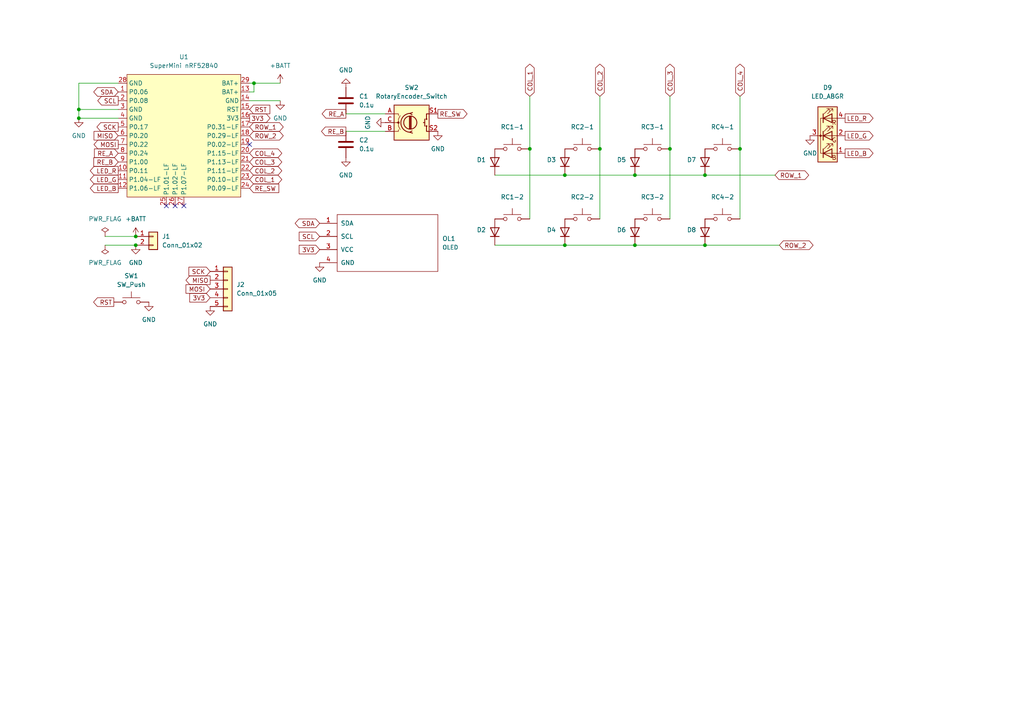
<source format=kicad_sch>
(kicad_sch
	(version 20250114)
	(generator "eeschema")
	(generator_version "9.0")
	(uuid "6d013a8f-abbb-4d4f-81a8-d46d972088d5")
	(paper "A4")
	(title_block
		(title "Kleinpad")
		(date "2025-06-28")
		(rev "1.0")
	)
	(lib_symbols
		(symbol "Connector_Generic:Conn_01x02"
			(pin_names
				(offset 1.016)
				(hide yes)
			)
			(exclude_from_sim no)
			(in_bom yes)
			(on_board yes)
			(property "Reference" "J"
				(at 0 2.54 0)
				(effects
					(font
						(size 1.27 1.27)
					)
				)
			)
			(property "Value" "Conn_01x02"
				(at 0 -5.08 0)
				(effects
					(font
						(size 1.27 1.27)
					)
				)
			)
			(property "Footprint" ""
				(at 0 0 0)
				(effects
					(font
						(size 1.27 1.27)
					)
					(hide yes)
				)
			)
			(property "Datasheet" "~"
				(at 0 0 0)
				(effects
					(font
						(size 1.27 1.27)
					)
					(hide yes)
				)
			)
			(property "Description" "Generic connector, single row, 01x02, script generated (kicad-library-utils/schlib/autogen/connector/)"
				(at 0 0 0)
				(effects
					(font
						(size 1.27 1.27)
					)
					(hide yes)
				)
			)
			(property "ki_keywords" "connector"
				(at 0 0 0)
				(effects
					(font
						(size 1.27 1.27)
					)
					(hide yes)
				)
			)
			(property "ki_fp_filters" "Connector*:*_1x??_*"
				(at 0 0 0)
				(effects
					(font
						(size 1.27 1.27)
					)
					(hide yes)
				)
			)
			(symbol "Conn_01x02_1_1"
				(rectangle
					(start -1.27 1.27)
					(end 1.27 -3.81)
					(stroke
						(width 0.254)
						(type default)
					)
					(fill
						(type background)
					)
				)
				(rectangle
					(start -1.27 0.127)
					(end 0 -0.127)
					(stroke
						(width 0.1524)
						(type default)
					)
					(fill
						(type none)
					)
				)
				(rectangle
					(start -1.27 -2.413)
					(end 0 -2.667)
					(stroke
						(width 0.1524)
						(type default)
					)
					(fill
						(type none)
					)
				)
				(pin passive line
					(at -5.08 0 0)
					(length 3.81)
					(name "Pin_1"
						(effects
							(font
								(size 1.27 1.27)
							)
						)
					)
					(number "1"
						(effects
							(font
								(size 1.27 1.27)
							)
						)
					)
				)
				(pin passive line
					(at -5.08 -2.54 0)
					(length 3.81)
					(name "Pin_2"
						(effects
							(font
								(size 1.27 1.27)
							)
						)
					)
					(number "2"
						(effects
							(font
								(size 1.27 1.27)
							)
						)
					)
				)
			)
			(embedded_fonts no)
		)
		(symbol "Connector_Generic:Conn_01x05"
			(pin_names
				(offset 1.016)
				(hide yes)
			)
			(exclude_from_sim no)
			(in_bom yes)
			(on_board yes)
			(property "Reference" "J"
				(at 0 7.62 0)
				(effects
					(font
						(size 1.27 1.27)
					)
				)
			)
			(property "Value" "Conn_01x05"
				(at 0 -7.62 0)
				(effects
					(font
						(size 1.27 1.27)
					)
				)
			)
			(property "Footprint" ""
				(at 0 0 0)
				(effects
					(font
						(size 1.27 1.27)
					)
					(hide yes)
				)
			)
			(property "Datasheet" "~"
				(at 0 0 0)
				(effects
					(font
						(size 1.27 1.27)
					)
					(hide yes)
				)
			)
			(property "Description" "Generic connector, single row, 01x05, script generated (kicad-library-utils/schlib/autogen/connector/)"
				(at 0 0 0)
				(effects
					(font
						(size 1.27 1.27)
					)
					(hide yes)
				)
			)
			(property "ki_keywords" "connector"
				(at 0 0 0)
				(effects
					(font
						(size 1.27 1.27)
					)
					(hide yes)
				)
			)
			(property "ki_fp_filters" "Connector*:*_1x??_*"
				(at 0 0 0)
				(effects
					(font
						(size 1.27 1.27)
					)
					(hide yes)
				)
			)
			(symbol "Conn_01x05_1_1"
				(rectangle
					(start -1.27 6.35)
					(end 1.27 -6.35)
					(stroke
						(width 0.254)
						(type default)
					)
					(fill
						(type background)
					)
				)
				(rectangle
					(start -1.27 5.207)
					(end 0 4.953)
					(stroke
						(width 0.1524)
						(type default)
					)
					(fill
						(type none)
					)
				)
				(rectangle
					(start -1.27 2.667)
					(end 0 2.413)
					(stroke
						(width 0.1524)
						(type default)
					)
					(fill
						(type none)
					)
				)
				(rectangle
					(start -1.27 0.127)
					(end 0 -0.127)
					(stroke
						(width 0.1524)
						(type default)
					)
					(fill
						(type none)
					)
				)
				(rectangle
					(start -1.27 -2.413)
					(end 0 -2.667)
					(stroke
						(width 0.1524)
						(type default)
					)
					(fill
						(type none)
					)
				)
				(rectangle
					(start -1.27 -4.953)
					(end 0 -5.207)
					(stroke
						(width 0.1524)
						(type default)
					)
					(fill
						(type none)
					)
				)
				(pin passive line
					(at -5.08 5.08 0)
					(length 3.81)
					(name "Pin_1"
						(effects
							(font
								(size 1.27 1.27)
							)
						)
					)
					(number "1"
						(effects
							(font
								(size 1.27 1.27)
							)
						)
					)
				)
				(pin passive line
					(at -5.08 2.54 0)
					(length 3.81)
					(name "Pin_2"
						(effects
							(font
								(size 1.27 1.27)
							)
						)
					)
					(number "2"
						(effects
							(font
								(size 1.27 1.27)
							)
						)
					)
				)
				(pin passive line
					(at -5.08 0 0)
					(length 3.81)
					(name "Pin_3"
						(effects
							(font
								(size 1.27 1.27)
							)
						)
					)
					(number "3"
						(effects
							(font
								(size 1.27 1.27)
							)
						)
					)
				)
				(pin passive line
					(at -5.08 -2.54 0)
					(length 3.81)
					(name "Pin_4"
						(effects
							(font
								(size 1.27 1.27)
							)
						)
					)
					(number "4"
						(effects
							(font
								(size 1.27 1.27)
							)
						)
					)
				)
				(pin passive line
					(at -5.08 -5.08 0)
					(length 3.81)
					(name "Pin_5"
						(effects
							(font
								(size 1.27 1.27)
							)
						)
					)
					(number "5"
						(effects
							(font
								(size 1.27 1.27)
							)
						)
					)
				)
			)
			(embedded_fonts no)
		)
		(symbol "Device:C"
			(pin_numbers
				(hide yes)
			)
			(pin_names
				(offset 0.254)
			)
			(exclude_from_sim no)
			(in_bom yes)
			(on_board yes)
			(property "Reference" "C"
				(at 0.635 2.54 0)
				(effects
					(font
						(size 1.27 1.27)
					)
					(justify left)
				)
			)
			(property "Value" "C"
				(at 0.635 -2.54 0)
				(effects
					(font
						(size 1.27 1.27)
					)
					(justify left)
				)
			)
			(property "Footprint" ""
				(at 0.9652 -3.81 0)
				(effects
					(font
						(size 1.27 1.27)
					)
					(hide yes)
				)
			)
			(property "Datasheet" "~"
				(at 0 0 0)
				(effects
					(font
						(size 1.27 1.27)
					)
					(hide yes)
				)
			)
			(property "Description" "Unpolarized capacitor"
				(at 0 0 0)
				(effects
					(font
						(size 1.27 1.27)
					)
					(hide yes)
				)
			)
			(property "ki_keywords" "cap capacitor"
				(at 0 0 0)
				(effects
					(font
						(size 1.27 1.27)
					)
					(hide yes)
				)
			)
			(property "ki_fp_filters" "C_*"
				(at 0 0 0)
				(effects
					(font
						(size 1.27 1.27)
					)
					(hide yes)
				)
			)
			(symbol "C_0_1"
				(polyline
					(pts
						(xy -2.032 0.762) (xy 2.032 0.762)
					)
					(stroke
						(width 0.508)
						(type default)
					)
					(fill
						(type none)
					)
				)
				(polyline
					(pts
						(xy -2.032 -0.762) (xy 2.032 -0.762)
					)
					(stroke
						(width 0.508)
						(type default)
					)
					(fill
						(type none)
					)
				)
			)
			(symbol "C_1_1"
				(pin passive line
					(at 0 3.81 270)
					(length 2.794)
					(name "~"
						(effects
							(font
								(size 1.27 1.27)
							)
						)
					)
					(number "1"
						(effects
							(font
								(size 1.27 1.27)
							)
						)
					)
				)
				(pin passive line
					(at 0 -3.81 90)
					(length 2.794)
					(name "~"
						(effects
							(font
								(size 1.27 1.27)
							)
						)
					)
					(number "2"
						(effects
							(font
								(size 1.27 1.27)
							)
						)
					)
				)
			)
			(embedded_fonts no)
		)
		(symbol "Device:LED_BGKR"
			(pin_names
				(offset 0)
				(hide yes)
			)
			(exclude_from_sim no)
			(in_bom yes)
			(on_board yes)
			(property "Reference" "D"
				(at 0 9.398 0)
				(effects
					(font
						(size 1.27 1.27)
					)
				)
			)
			(property "Value" "LED_BGKR"
				(at 0 -8.89 0)
				(effects
					(font
						(size 1.27 1.27)
					)
				)
			)
			(property "Footprint" ""
				(at 0 -1.27 0)
				(effects
					(font
						(size 1.27 1.27)
					)
					(hide yes)
				)
			)
			(property "Datasheet" "~"
				(at 0 -1.27 0)
				(effects
					(font
						(size 1.27 1.27)
					)
					(hide yes)
				)
			)
			(property "Description" "RGB LED, blue/green/cathode/red"
				(at 0 0 0)
				(effects
					(font
						(size 1.27 1.27)
					)
					(hide yes)
				)
			)
			(property "ki_keywords" "LED RGB diode"
				(at 0 0 0)
				(effects
					(font
						(size 1.27 1.27)
					)
					(hide yes)
				)
			)
			(property "ki_fp_filters" "LED* LED_SMD:* LED_THT:*"
				(at 0 0 0)
				(effects
					(font
						(size 1.27 1.27)
					)
					(hide yes)
				)
			)
			(symbol "LED_BGKR_0_0"
				(text "R"
					(at 1.905 3.81 0)
					(effects
						(font
							(size 1.27 1.27)
						)
					)
				)
				(text "G"
					(at 1.905 -1.27 0)
					(effects
						(font
							(size 1.27 1.27)
						)
					)
				)
				(text "B"
					(at 1.905 -6.35 0)
					(effects
						(font
							(size 1.27 1.27)
						)
					)
				)
			)
			(symbol "LED_BGKR_0_1"
				(circle
					(center -2.032 0)
					(radius 0.254)
					(stroke
						(width 0)
						(type default)
					)
					(fill
						(type outline)
					)
				)
				(polyline
					(pts
						(xy -1.27 6.35) (xy -1.27 3.81)
					)
					(stroke
						(width 0.254)
						(type default)
					)
					(fill
						(type none)
					)
				)
				(polyline
					(pts
						(xy -1.27 6.35) (xy -1.27 3.81) (xy -1.27 3.81)
					)
					(stroke
						(width 0)
						(type default)
					)
					(fill
						(type none)
					)
				)
				(polyline
					(pts
						(xy -1.27 5.08) (xy 1.27 5.08)
					)
					(stroke
						(width 0)
						(type default)
					)
					(fill
						(type none)
					)
				)
				(polyline
					(pts
						(xy -1.27 5.08) (xy -2.032 5.08) (xy -2.032 -5.08) (xy -1.016 -5.08)
					)
					(stroke
						(width 0)
						(type default)
					)
					(fill
						(type none)
					)
				)
				(polyline
					(pts
						(xy -1.27 1.27) (xy -1.27 -1.27)
					)
					(stroke
						(width 0.254)
						(type default)
					)
					(fill
						(type none)
					)
				)
				(polyline
					(pts
						(xy -1.27 1.27) (xy -1.27 -1.27) (xy -1.27 -1.27)
					)
					(stroke
						(width 0)
						(type default)
					)
					(fill
						(type none)
					)
				)
				(polyline
					(pts
						(xy -1.27 0) (xy -2.54 0)
					)
					(stroke
						(width 0)
						(type default)
					)
					(fill
						(type none)
					)
				)
				(polyline
					(pts
						(xy -1.27 -3.81) (xy -1.27 -6.35)
					)
					(stroke
						(width 0.254)
						(type default)
					)
					(fill
						(type none)
					)
				)
				(polyline
					(pts
						(xy -1.27 -5.08) (xy 1.27 -5.08)
					)
					(stroke
						(width 0)
						(type default)
					)
					(fill
						(type none)
					)
				)
				(polyline
					(pts
						(xy -1.016 6.35) (xy 0.508 7.874) (xy -0.254 7.874) (xy 0.508 7.874) (xy 0.508 7.112)
					)
					(stroke
						(width 0)
						(type default)
					)
					(fill
						(type none)
					)
				)
				(polyline
					(pts
						(xy -1.016 1.27) (xy 0.508 2.794) (xy -0.254 2.794) (xy 0.508 2.794) (xy 0.508 2.032)
					)
					(stroke
						(width 0)
						(type default)
					)
					(fill
						(type none)
					)
				)
				(polyline
					(pts
						(xy -1.016 -3.81) (xy 0.508 -2.286) (xy -0.254 -2.286) (xy 0.508 -2.286) (xy 0.508 -3.048)
					)
					(stroke
						(width 0)
						(type default)
					)
					(fill
						(type none)
					)
				)
				(polyline
					(pts
						(xy 0 6.35) (xy 1.524 7.874) (xy 0.762 7.874) (xy 1.524 7.874) (xy 1.524 7.112)
					)
					(stroke
						(width 0)
						(type default)
					)
					(fill
						(type none)
					)
				)
				(polyline
					(pts
						(xy 0 1.27) (xy 1.524 2.794) (xy 0.762 2.794) (xy 1.524 2.794) (xy 1.524 2.032)
					)
					(stroke
						(width 0)
						(type default)
					)
					(fill
						(type none)
					)
				)
				(polyline
					(pts
						(xy 0 -3.81) (xy 1.524 -2.286) (xy 0.762 -2.286) (xy 1.524 -2.286) (xy 1.524 -3.048)
					)
					(stroke
						(width 0)
						(type default)
					)
					(fill
						(type none)
					)
				)
				(polyline
					(pts
						(xy 1.27 6.35) (xy 1.27 3.81) (xy -1.27 5.08) (xy 1.27 6.35)
					)
					(stroke
						(width 0.254)
						(type default)
					)
					(fill
						(type none)
					)
				)
				(rectangle
					(start 1.27 6.35)
					(end 1.27 6.35)
					(stroke
						(width 0)
						(type default)
					)
					(fill
						(type none)
					)
				)
				(polyline
					(pts
						(xy 1.27 5.08) (xy 2.54 5.08)
					)
					(stroke
						(width 0)
						(type default)
					)
					(fill
						(type none)
					)
				)
				(rectangle
					(start 1.27 3.81)
					(end 1.27 6.35)
					(stroke
						(width 0)
						(type default)
					)
					(fill
						(type none)
					)
				)
				(polyline
					(pts
						(xy 1.27 1.27) (xy 1.27 -1.27) (xy -1.27 0) (xy 1.27 1.27)
					)
					(stroke
						(width 0.254)
						(type default)
					)
					(fill
						(type none)
					)
				)
				(rectangle
					(start 1.27 1.27)
					(end 1.27 1.27)
					(stroke
						(width 0)
						(type default)
					)
					(fill
						(type none)
					)
				)
				(polyline
					(pts
						(xy 1.27 0) (xy -1.27 0)
					)
					(stroke
						(width 0)
						(type default)
					)
					(fill
						(type none)
					)
				)
				(polyline
					(pts
						(xy 1.27 0) (xy 2.54 0)
					)
					(stroke
						(width 0)
						(type default)
					)
					(fill
						(type none)
					)
				)
				(rectangle
					(start 1.27 -1.27)
					(end 1.27 1.27)
					(stroke
						(width 0)
						(type default)
					)
					(fill
						(type none)
					)
				)
				(polyline
					(pts
						(xy 1.27 -3.81) (xy 1.27 -6.35) (xy -1.27 -5.08) (xy 1.27 -3.81)
					)
					(stroke
						(width 0.254)
						(type default)
					)
					(fill
						(type none)
					)
				)
				(polyline
					(pts
						(xy 1.27 -5.08) (xy 2.54 -5.08)
					)
					(stroke
						(width 0)
						(type default)
					)
					(fill
						(type none)
					)
				)
				(rectangle
					(start 2.794 8.382)
					(end -2.794 -7.62)
					(stroke
						(width 0.254)
						(type default)
					)
					(fill
						(type background)
					)
				)
			)
			(symbol "LED_BGKR_1_1"
				(pin passive line
					(at -5.08 0 0)
					(length 2.54)
					(name "K"
						(effects
							(font
								(size 1.27 1.27)
							)
						)
					)
					(number "3"
						(effects
							(font
								(size 1.27 1.27)
							)
						)
					)
				)
				(pin passive line
					(at 5.08 5.08 180)
					(length 2.54)
					(name "RA"
						(effects
							(font
								(size 1.27 1.27)
							)
						)
					)
					(number "4"
						(effects
							(font
								(size 1.27 1.27)
							)
						)
					)
				)
				(pin passive line
					(at 5.08 0 180)
					(length 2.54)
					(name "GA"
						(effects
							(font
								(size 1.27 1.27)
							)
						)
					)
					(number "2"
						(effects
							(font
								(size 1.27 1.27)
							)
						)
					)
				)
				(pin passive line
					(at 5.08 -5.08 180)
					(length 2.54)
					(name "BA"
						(effects
							(font
								(size 1.27 1.27)
							)
						)
					)
					(number "1"
						(effects
							(font
								(size 1.27 1.27)
							)
						)
					)
				)
			)
			(embedded_fonts no)
		)
		(symbol "Device:RotaryEncoder_Switch"
			(pin_names
				(offset 0.254)
				(hide yes)
			)
			(exclude_from_sim no)
			(in_bom yes)
			(on_board yes)
			(property "Reference" "SW"
				(at 0 6.604 0)
				(effects
					(font
						(size 1.27 1.27)
					)
				)
			)
			(property "Value" "RotaryEncoder_Switch"
				(at 0 -6.604 0)
				(effects
					(font
						(size 1.27 1.27)
					)
				)
			)
			(property "Footprint" ""
				(at -3.81 4.064 0)
				(effects
					(font
						(size 1.27 1.27)
					)
					(hide yes)
				)
			)
			(property "Datasheet" "~"
				(at 0 6.604 0)
				(effects
					(font
						(size 1.27 1.27)
					)
					(hide yes)
				)
			)
			(property "Description" "Rotary encoder, dual channel, incremental quadrate outputs, with switch"
				(at 0 0 0)
				(effects
					(font
						(size 1.27 1.27)
					)
					(hide yes)
				)
			)
			(property "ki_keywords" "rotary switch encoder switch push button"
				(at 0 0 0)
				(effects
					(font
						(size 1.27 1.27)
					)
					(hide yes)
				)
			)
			(property "ki_fp_filters" "RotaryEncoder*Switch*"
				(at 0 0 0)
				(effects
					(font
						(size 1.27 1.27)
					)
					(hide yes)
				)
			)
			(symbol "RotaryEncoder_Switch_0_1"
				(rectangle
					(start -5.08 5.08)
					(end 5.08 -5.08)
					(stroke
						(width 0.254)
						(type default)
					)
					(fill
						(type background)
					)
				)
				(polyline
					(pts
						(xy -5.08 2.54) (xy -3.81 2.54) (xy -3.81 2.032)
					)
					(stroke
						(width 0)
						(type default)
					)
					(fill
						(type none)
					)
				)
				(polyline
					(pts
						(xy -5.08 0) (xy -3.81 0) (xy -3.81 -1.016) (xy -3.302 -2.032)
					)
					(stroke
						(width 0)
						(type default)
					)
					(fill
						(type none)
					)
				)
				(polyline
					(pts
						(xy -5.08 -2.54) (xy -3.81 -2.54) (xy -3.81 -2.032)
					)
					(stroke
						(width 0)
						(type default)
					)
					(fill
						(type none)
					)
				)
				(polyline
					(pts
						(xy -4.318 0) (xy -3.81 0) (xy -3.81 1.016) (xy -3.302 2.032)
					)
					(stroke
						(width 0)
						(type default)
					)
					(fill
						(type none)
					)
				)
				(circle
					(center -3.81 0)
					(radius 0.254)
					(stroke
						(width 0)
						(type default)
					)
					(fill
						(type outline)
					)
				)
				(polyline
					(pts
						(xy -0.635 -1.778) (xy -0.635 1.778)
					)
					(stroke
						(width 0.254)
						(type default)
					)
					(fill
						(type none)
					)
				)
				(circle
					(center -0.381 0)
					(radius 1.905)
					(stroke
						(width 0.254)
						(type default)
					)
					(fill
						(type none)
					)
				)
				(polyline
					(pts
						(xy -0.381 -1.778) (xy -0.381 1.778)
					)
					(stroke
						(width 0.254)
						(type default)
					)
					(fill
						(type none)
					)
				)
				(arc
					(start -0.381 -2.794)
					(mid -3.0988 -0.0635)
					(end -0.381 2.667)
					(stroke
						(width 0.254)
						(type default)
					)
					(fill
						(type none)
					)
				)
				(polyline
					(pts
						(xy -0.127 1.778) (xy -0.127 -1.778)
					)
					(stroke
						(width 0.254)
						(type default)
					)
					(fill
						(type none)
					)
				)
				(polyline
					(pts
						(xy 0.254 2.921) (xy -0.508 2.667) (xy 0.127 2.286)
					)
					(stroke
						(width 0.254)
						(type default)
					)
					(fill
						(type none)
					)
				)
				(polyline
					(pts
						(xy 0.254 -3.048) (xy -0.508 -2.794) (xy 0.127 -2.413)
					)
					(stroke
						(width 0.254)
						(type default)
					)
					(fill
						(type none)
					)
				)
				(polyline
					(pts
						(xy 3.81 1.016) (xy 3.81 -1.016)
					)
					(stroke
						(width 0.254)
						(type default)
					)
					(fill
						(type none)
					)
				)
				(polyline
					(pts
						(xy 3.81 0) (xy 3.429 0)
					)
					(stroke
						(width 0.254)
						(type default)
					)
					(fill
						(type none)
					)
				)
				(circle
					(center 4.318 1.016)
					(radius 0.127)
					(stroke
						(width 0.254)
						(type default)
					)
					(fill
						(type none)
					)
				)
				(circle
					(center 4.318 -1.016)
					(radius 0.127)
					(stroke
						(width 0.254)
						(type default)
					)
					(fill
						(type none)
					)
				)
				(polyline
					(pts
						(xy 5.08 2.54) (xy 4.318 2.54) (xy 4.318 1.016)
					)
					(stroke
						(width 0.254)
						(type default)
					)
					(fill
						(type none)
					)
				)
				(polyline
					(pts
						(xy 5.08 -2.54) (xy 4.318 -2.54) (xy 4.318 -1.016)
					)
					(stroke
						(width 0.254)
						(type default)
					)
					(fill
						(type none)
					)
				)
			)
			(symbol "RotaryEncoder_Switch_1_1"
				(pin passive line
					(at -7.62 2.54 0)
					(length 2.54)
					(name "A"
						(effects
							(font
								(size 1.27 1.27)
							)
						)
					)
					(number "A"
						(effects
							(font
								(size 1.27 1.27)
							)
						)
					)
				)
				(pin passive line
					(at -7.62 0 0)
					(length 2.54)
					(name "C"
						(effects
							(font
								(size 1.27 1.27)
							)
						)
					)
					(number "C"
						(effects
							(font
								(size 1.27 1.27)
							)
						)
					)
				)
				(pin passive line
					(at -7.62 -2.54 0)
					(length 2.54)
					(name "B"
						(effects
							(font
								(size 1.27 1.27)
							)
						)
					)
					(number "B"
						(effects
							(font
								(size 1.27 1.27)
							)
						)
					)
				)
				(pin passive line
					(at 7.62 2.54 180)
					(length 2.54)
					(name "S1"
						(effects
							(font
								(size 1.27 1.27)
							)
						)
					)
					(number "S1"
						(effects
							(font
								(size 1.27 1.27)
							)
						)
					)
				)
				(pin passive line
					(at 7.62 -2.54 180)
					(length 2.54)
					(name "S2"
						(effects
							(font
								(size 1.27 1.27)
							)
						)
					)
					(number "S2"
						(effects
							(font
								(size 1.27 1.27)
							)
						)
					)
				)
			)
			(embedded_fonts no)
		)
		(symbol "Diode:1N4148"
			(pin_numbers
				(hide yes)
			)
			(pin_names
				(hide yes)
			)
			(exclude_from_sim no)
			(in_bom yes)
			(on_board yes)
			(property "Reference" "D"
				(at 0 2.54 0)
				(effects
					(font
						(size 1.27 1.27)
					)
				)
			)
			(property "Value" "1N4148"
				(at 0 -2.54 0)
				(effects
					(font
						(size 1.27 1.27)
					)
				)
			)
			(property "Footprint" "Diode_THT:D_DO-35_SOD27_P7.62mm_Horizontal"
				(at 0 0 0)
				(effects
					(font
						(size 1.27 1.27)
					)
					(hide yes)
				)
			)
			(property "Datasheet" "https://assets.nexperia.com/documents/data-sheet/1N4148_1N4448.pdf"
				(at 0 0 0)
				(effects
					(font
						(size 1.27 1.27)
					)
					(hide yes)
				)
			)
			(property "Description" "100V 0.15A standard switching diode, DO-35"
				(at 0 0 0)
				(effects
					(font
						(size 1.27 1.27)
					)
					(hide yes)
				)
			)
			(property "Sim.Device" "D"
				(at 0 0 0)
				(effects
					(font
						(size 1.27 1.27)
					)
					(hide yes)
				)
			)
			(property "Sim.Pins" "1=K 2=A"
				(at 0 0 0)
				(effects
					(font
						(size 1.27 1.27)
					)
					(hide yes)
				)
			)
			(property "ki_keywords" "diode"
				(at 0 0 0)
				(effects
					(font
						(size 1.27 1.27)
					)
					(hide yes)
				)
			)
			(property "ki_fp_filters" "D*DO?35*"
				(at 0 0 0)
				(effects
					(font
						(size 1.27 1.27)
					)
					(hide yes)
				)
			)
			(symbol "1N4148_0_1"
				(polyline
					(pts
						(xy -1.27 1.27) (xy -1.27 -1.27)
					)
					(stroke
						(width 0.254)
						(type default)
					)
					(fill
						(type none)
					)
				)
				(polyline
					(pts
						(xy 1.27 1.27) (xy 1.27 -1.27) (xy -1.27 0) (xy 1.27 1.27)
					)
					(stroke
						(width 0.254)
						(type default)
					)
					(fill
						(type none)
					)
				)
				(polyline
					(pts
						(xy 1.27 0) (xy -1.27 0)
					)
					(stroke
						(width 0)
						(type default)
					)
					(fill
						(type none)
					)
				)
			)
			(symbol "1N4148_1_1"
				(pin passive line
					(at -3.81 0 0)
					(length 2.54)
					(name "K"
						(effects
							(font
								(size 1.27 1.27)
							)
						)
					)
					(number "1"
						(effects
							(font
								(size 1.27 1.27)
							)
						)
					)
				)
				(pin passive line
					(at 3.81 0 180)
					(length 2.54)
					(name "A"
						(effects
							(font
								(size 1.27 1.27)
							)
						)
					)
					(number "2"
						(effects
							(font
								(size 1.27 1.27)
							)
						)
					)
				)
			)
			(embedded_fonts no)
		)
		(symbol "PCM_marbastlib-promicroish:SuperMini_nRF52840"
			(exclude_from_sim no)
			(in_bom no)
			(on_board yes)
			(property "Reference" "U1"
				(at 0 24.13 0)
				(effects
					(font
						(size 1.27 1.27)
					)
				)
			)
			(property "Value" "SuperMini nRF52840"
				(at 0 21.59 0)
				(effects
					(font
						(size 1.27 1.27)
					)
				)
			)
			(property "Footprint" "PCM_marbastlib-xp-promicroish:SuperMini_nRF52840_AH_USBup"
				(at 0 -30.48 0)
				(effects
					(font
						(size 1.27 1.27)
					)
					(hide yes)
				)
			)
			(property "Datasheet" "https://wiki.icbbuy.com/doku.php?id=developmentboard:nrf52840"
				(at 1.27 -33.02 0)
				(effects
					(font
						(size 1.27 1.27)
					)
					(hide yes)
				)
			)
			(property "Description" "Symbol for an nicekeyboards nice!nano"
				(at 0 0 0)
				(effects
					(font
						(size 1.27 1.27)
					)
					(hide yes)
				)
			)
			(symbol "SuperMini_nRF52840_0_0"
				(pin bidirectional line
					(at -19.05 13.97 0)
					(length 2.54)
					(name "P0.06"
						(effects
							(font
								(size 1.27 1.27)
							)
						)
					)
					(number "1"
						(effects
							(font
								(size 1.27 1.27)
							)
						)
					)
				)
				(pin bidirectional line
					(at -19.05 11.43 0)
					(length 2.54)
					(name "P0.08"
						(effects
							(font
								(size 1.27 1.27)
							)
						)
					)
					(number "2"
						(effects
							(font
								(size 1.27 1.27)
							)
						)
					)
				)
				(pin power_in line
					(at -19.05 8.89 0)
					(length 2.54)
					(name "GND"
						(effects
							(font
								(size 1.27 1.27)
							)
						)
					)
					(number "3"
						(effects
							(font
								(size 1.27 1.27)
							)
						)
					)
				)
				(pin power_in line
					(at -19.05 6.35 0)
					(length 2.54)
					(name "GND"
						(effects
							(font
								(size 1.27 1.27)
							)
						)
					)
					(number "4"
						(effects
							(font
								(size 1.27 1.27)
							)
						)
					)
				)
				(pin bidirectional line
					(at -19.05 3.81 0)
					(length 2.54)
					(name "P0.17"
						(effects
							(font
								(size 1.27 1.27)
							)
						)
					)
					(number "5"
						(effects
							(font
								(size 1.27 1.27)
							)
						)
					)
				)
				(pin bidirectional line
					(at -19.05 1.27 0)
					(length 2.54)
					(name "P0.20"
						(effects
							(font
								(size 1.27 1.27)
							)
						)
					)
					(number "6"
						(effects
							(font
								(size 1.27 1.27)
							)
						)
					)
				)
				(pin bidirectional line
					(at -19.05 -1.27 0)
					(length 2.54)
					(name "P0.22"
						(effects
							(font
								(size 1.27 1.27)
							)
						)
					)
					(number "7"
						(effects
							(font
								(size 1.27 1.27)
							)
						)
					)
				)
				(pin bidirectional line
					(at -19.05 -3.81 0)
					(length 2.54)
					(name "P0.24"
						(effects
							(font
								(size 1.27 1.27)
							)
						)
					)
					(number "8"
						(effects
							(font
								(size 1.27 1.27)
							)
						)
					)
				)
				(pin bidirectional line
					(at -19.05 -6.35 0)
					(length 2.54)
					(name "P1.00"
						(effects
							(font
								(size 1.27 1.27)
							)
						)
					)
					(number "9"
						(effects
							(font
								(size 1.27 1.27)
							)
						)
					)
				)
				(pin bidirectional line
					(at -19.05 -8.89 0)
					(length 2.54)
					(name "P0.11"
						(effects
							(font
								(size 1.27 1.27)
							)
						)
					)
					(number "10"
						(effects
							(font
								(size 1.27 1.27)
							)
						)
					)
				)
				(pin bidirectional line
					(at -19.05 -11.43 0)
					(length 2.54)
					(name "P1.04-LF"
						(effects
							(font
								(size 1.27 1.27)
							)
						)
					)
					(number "11"
						(effects
							(font
								(size 1.27 1.27)
							)
						)
					)
				)
				(pin bidirectional line
					(at -19.05 -13.97 0)
					(length 2.54)
					(name "P1.06-LF"
						(effects
							(font
								(size 1.27 1.27)
							)
						)
					)
					(number "12"
						(effects
							(font
								(size 1.27 1.27)
							)
						)
					)
				)
				(pin power_in line
					(at 19.05 11.43 180)
					(length 2.54)
					(name "GND"
						(effects
							(font
								(size 1.27 1.27)
							)
						)
					)
					(number "14"
						(effects
							(font
								(size 1.27 1.27)
							)
						)
					)
				)
				(pin bidirectional line
					(at 19.05 8.89 180)
					(length 2.54)
					(name "RST"
						(effects
							(font
								(size 1.27 1.27)
							)
						)
					)
					(number "15"
						(effects
							(font
								(size 1.27 1.27)
							)
						)
					)
				)
				(pin bidirectional line
					(at 19.05 3.81 180)
					(length 2.54)
					(name "P0.31-LF"
						(effects
							(font
								(size 1.27 1.27)
							)
						)
					)
					(number "17"
						(effects
							(font
								(size 1.27 1.27)
							)
						)
					)
				)
				(pin bidirectional line
					(at 19.05 1.27 180)
					(length 2.54)
					(name "P0.29-LF"
						(effects
							(font
								(size 1.27 1.27)
							)
						)
					)
					(number "18"
						(effects
							(font
								(size 1.27 1.27)
							)
						)
					)
				)
				(pin bidirectional line
					(at 19.05 -1.27 180)
					(length 2.54)
					(name "P0.02-LF"
						(effects
							(font
								(size 1.27 1.27)
							)
						)
					)
					(number "19"
						(effects
							(font
								(size 1.27 1.27)
							)
						)
					)
				)
				(pin bidirectional line
					(at 19.05 -3.81 180)
					(length 2.54)
					(name "P1.15-LF"
						(effects
							(font
								(size 1.27 1.27)
							)
						)
					)
					(number "20"
						(effects
							(font
								(size 1.27 1.27)
							)
						)
					)
				)
				(pin bidirectional line
					(at 19.05 -6.35 180)
					(length 2.54)
					(name "P1.13-LF"
						(effects
							(font
								(size 1.27 1.27)
							)
						)
					)
					(number "21"
						(effects
							(font
								(size 1.27 1.27)
							)
						)
					)
				)
				(pin bidirectional line
					(at 19.05 -8.89 180)
					(length 2.54)
					(name "P1.11-LF"
						(effects
							(font
								(size 1.27 1.27)
							)
						)
					)
					(number "22"
						(effects
							(font
								(size 1.27 1.27)
							)
						)
					)
				)
				(pin bidirectional line
					(at 19.05 -13.97 180)
					(length 2.54)
					(name "P0.09-LF"
						(effects
							(font
								(size 1.27 1.27)
							)
						)
					)
					(number "24"
						(effects
							(font
								(size 1.27 1.27)
							)
						)
					)
				)
			)
			(symbol "SuperMini_nRF52840_1_0"
				(pin power_in line
					(at -19.05 16.51 0)
					(length 2.54)
					(name "GND"
						(effects
							(font
								(size 1.27 1.27)
							)
						)
					)
					(number "28"
						(effects
							(font
								(size 1.27 1.27)
							)
						)
					)
				)
				(pin bidirectional line
					(at -5.08 -19.05 90)
					(length 2.54)
					(name "P1.01-LF"
						(effects
							(font
								(size 1.27 1.27)
							)
						)
					)
					(number "25"
						(effects
							(font
								(size 1.27 1.27)
							)
						)
					)
				)
				(pin bidirectional line
					(at -2.54 -19.05 90)
					(length 2.54)
					(name "P1.02-LF"
						(effects
							(font
								(size 1.27 1.27)
							)
						)
					)
					(number "26"
						(effects
							(font
								(size 1.27 1.27)
							)
						)
					)
				)
				(pin bidirectional line
					(at 0 -19.05 90)
					(length 2.54)
					(name "P1.07-LF"
						(effects
							(font
								(size 1.27 1.27)
							)
						)
					)
					(number "27"
						(effects
							(font
								(size 1.27 1.27)
							)
						)
					)
				)
				(pin power_in line
					(at 19.05 16.51 180)
					(length 2.54)
					(name "BAT+"
						(effects
							(font
								(size 1.27 1.27)
							)
						)
					)
					(number "29"
						(effects
							(font
								(size 1.27 1.27)
							)
						)
					)
				)
				(pin power_in line
					(at 19.05 13.97 180)
					(length 2.54)
					(name "BAT+"
						(effects
							(font
								(size 1.27 1.27)
							)
						)
					)
					(number "13"
						(effects
							(font
								(size 1.27 1.27)
							)
						)
					)
				)
				(pin power_out line
					(at 19.05 6.35 180)
					(length 2.54)
					(name "3V3"
						(effects
							(font
								(size 1.27 1.27)
							)
						)
					)
					(number "16"
						(effects
							(font
								(size 1.27 1.27)
							)
						)
					)
				)
				(pin bidirectional line
					(at 19.05 -11.43 180)
					(length 2.54)
					(name "P0.10-LF"
						(effects
							(font
								(size 1.27 1.27)
							)
						)
					)
					(number "23"
						(effects
							(font
								(size 1.27 1.27)
							)
						)
					)
				)
			)
			(symbol "SuperMini_nRF52840_1_1"
				(rectangle
					(start -16.51 19.05)
					(end 16.51 -16.51)
					(stroke
						(width 0)
						(type default)
					)
					(fill
						(type background)
					)
				)
			)
			(embedded_fonts no)
		)
		(symbol "Switch:SW_Push"
			(pin_numbers
				(hide yes)
			)
			(pin_names
				(offset 1.016)
				(hide yes)
			)
			(exclude_from_sim no)
			(in_bom yes)
			(on_board yes)
			(property "Reference" "SW"
				(at 1.27 2.54 0)
				(effects
					(font
						(size 1.27 1.27)
					)
					(justify left)
				)
			)
			(property "Value" "SW_Push"
				(at 0 -1.524 0)
				(effects
					(font
						(size 1.27 1.27)
					)
				)
			)
			(property "Footprint" ""
				(at 0 5.08 0)
				(effects
					(font
						(size 1.27 1.27)
					)
					(hide yes)
				)
			)
			(property "Datasheet" "~"
				(at 0 5.08 0)
				(effects
					(font
						(size 1.27 1.27)
					)
					(hide yes)
				)
			)
			(property "Description" "Push button switch, generic, two pins"
				(at 0 0 0)
				(effects
					(font
						(size 1.27 1.27)
					)
					(hide yes)
				)
			)
			(property "ki_keywords" "switch normally-open pushbutton push-button"
				(at 0 0 0)
				(effects
					(font
						(size 1.27 1.27)
					)
					(hide yes)
				)
			)
			(symbol "SW_Push_0_1"
				(circle
					(center -2.032 0)
					(radius 0.508)
					(stroke
						(width 0)
						(type default)
					)
					(fill
						(type none)
					)
				)
				(polyline
					(pts
						(xy 0 1.27) (xy 0 3.048)
					)
					(stroke
						(width 0)
						(type default)
					)
					(fill
						(type none)
					)
				)
				(circle
					(center 2.032 0)
					(radius 0.508)
					(stroke
						(width 0)
						(type default)
					)
					(fill
						(type none)
					)
				)
				(polyline
					(pts
						(xy 2.54 1.27) (xy -2.54 1.27)
					)
					(stroke
						(width 0)
						(type default)
					)
					(fill
						(type none)
					)
				)
				(pin passive line
					(at -5.08 0 0)
					(length 2.54)
					(name "1"
						(effects
							(font
								(size 1.27 1.27)
							)
						)
					)
					(number "1"
						(effects
							(font
								(size 1.27 1.27)
							)
						)
					)
				)
				(pin passive line
					(at 5.08 0 180)
					(length 2.54)
					(name "2"
						(effects
							(font
								(size 1.27 1.27)
							)
						)
					)
					(number "2"
						(effects
							(font
								(size 1.27 1.27)
							)
						)
					)
				)
			)
			(embedded_fonts no)
		)
		(symbol "kbd:OLED"
			(pin_names
				(offset 1.016)
			)
			(exclude_from_sim no)
			(in_bom yes)
			(on_board yes)
			(property "Reference" "OL"
				(at 0 2.54 0)
				(effects
					(font
						(size 1.2954 1.2954)
					)
				)
			)
			(property "Value" "OLED"
				(at 0 -1.27 0)
				(effects
					(font
						(size 1.1938 1.1938)
					)
				)
			)
			(property "Footprint" ""
				(at 0 2.54 0)
				(effects
					(font
						(size 1.524 1.524)
					)
					(hide yes)
				)
			)
			(property "Datasheet" ""
				(at 0 2.54 0)
				(effects
					(font
						(size 1.524 1.524)
					)
					(hide yes)
				)
			)
			(property "Description" ""
				(at 0 0 0)
				(effects
					(font
						(size 1.27 1.27)
					)
					(hide yes)
				)
			)
			(symbol "OLED_0_1"
				(rectangle
					(start -13.97 8.89)
					(end 15.24 -7.62)
					(stroke
						(width 0)
						(type solid)
					)
					(fill
						(type none)
					)
				)
			)
			(symbol "OLED_1_1"
				(pin bidirectional line
					(at -19.05 6.35 0)
					(length 5.08)
					(name "SDA"
						(effects
							(font
								(size 1.27 1.27)
							)
						)
					)
					(number "1"
						(effects
							(font
								(size 1.27 1.27)
							)
						)
					)
				)
				(pin bidirectional line
					(at -19.05 2.54 0)
					(length 5.08)
					(name "SCL"
						(effects
							(font
								(size 1.27 1.27)
							)
						)
					)
					(number "2"
						(effects
							(font
								(size 1.27 1.27)
							)
						)
					)
				)
				(pin power_in line
					(at -19.05 -1.27 0)
					(length 5.08)
					(name "VCC"
						(effects
							(font
								(size 1.27 1.27)
							)
						)
					)
					(number "3"
						(effects
							(font
								(size 1.27 1.27)
							)
						)
					)
				)
				(pin power_in line
					(at -19.05 -5.08 0)
					(length 5.08)
					(name "GND"
						(effects
							(font
								(size 1.27 1.27)
							)
						)
					)
					(number "4"
						(effects
							(font
								(size 1.27 1.27)
							)
						)
					)
				)
			)
			(embedded_fonts no)
		)
		(symbol "power:+BATT"
			(power)
			(pin_numbers
				(hide yes)
			)
			(pin_names
				(offset 0)
				(hide yes)
			)
			(exclude_from_sim no)
			(in_bom yes)
			(on_board yes)
			(property "Reference" "#PWR"
				(at 0 -3.81 0)
				(effects
					(font
						(size 1.27 1.27)
					)
					(hide yes)
				)
			)
			(property "Value" "+BATT"
				(at 0 3.556 0)
				(effects
					(font
						(size 1.27 1.27)
					)
				)
			)
			(property "Footprint" ""
				(at 0 0 0)
				(effects
					(font
						(size 1.27 1.27)
					)
					(hide yes)
				)
			)
			(property "Datasheet" ""
				(at 0 0 0)
				(effects
					(font
						(size 1.27 1.27)
					)
					(hide yes)
				)
			)
			(property "Description" "Power symbol creates a global label with name \"+BATT\""
				(at 0 0 0)
				(effects
					(font
						(size 1.27 1.27)
					)
					(hide yes)
				)
			)
			(property "ki_keywords" "global power battery"
				(at 0 0 0)
				(effects
					(font
						(size 1.27 1.27)
					)
					(hide yes)
				)
			)
			(symbol "+BATT_0_1"
				(polyline
					(pts
						(xy -0.762 1.27) (xy 0 2.54)
					)
					(stroke
						(width 0)
						(type default)
					)
					(fill
						(type none)
					)
				)
				(polyline
					(pts
						(xy 0 2.54) (xy 0.762 1.27)
					)
					(stroke
						(width 0)
						(type default)
					)
					(fill
						(type none)
					)
				)
				(polyline
					(pts
						(xy 0 0) (xy 0 2.54)
					)
					(stroke
						(width 0)
						(type default)
					)
					(fill
						(type none)
					)
				)
			)
			(symbol "+BATT_1_1"
				(pin power_in line
					(at 0 0 90)
					(length 0)
					(name "~"
						(effects
							(font
								(size 1.27 1.27)
							)
						)
					)
					(number "1"
						(effects
							(font
								(size 1.27 1.27)
							)
						)
					)
				)
			)
			(embedded_fonts no)
		)
		(symbol "power:GND"
			(power)
			(pin_numbers
				(hide yes)
			)
			(pin_names
				(offset 0)
				(hide yes)
			)
			(exclude_from_sim no)
			(in_bom yes)
			(on_board yes)
			(property "Reference" "#PWR"
				(at 0 -6.35 0)
				(effects
					(font
						(size 1.27 1.27)
					)
					(hide yes)
				)
			)
			(property "Value" "GND"
				(at 0 -3.81 0)
				(effects
					(font
						(size 1.27 1.27)
					)
				)
			)
			(property "Footprint" ""
				(at 0 0 0)
				(effects
					(font
						(size 1.27 1.27)
					)
					(hide yes)
				)
			)
			(property "Datasheet" ""
				(at 0 0 0)
				(effects
					(font
						(size 1.27 1.27)
					)
					(hide yes)
				)
			)
			(property "Description" "Power symbol creates a global label with name \"GND\" , ground"
				(at 0 0 0)
				(effects
					(font
						(size 1.27 1.27)
					)
					(hide yes)
				)
			)
			(property "ki_keywords" "global power"
				(at 0 0 0)
				(effects
					(font
						(size 1.27 1.27)
					)
					(hide yes)
				)
			)
			(symbol "GND_0_1"
				(polyline
					(pts
						(xy 0 0) (xy 0 -1.27) (xy 1.27 -1.27) (xy 0 -2.54) (xy -1.27 -1.27) (xy 0 -1.27)
					)
					(stroke
						(width 0)
						(type default)
					)
					(fill
						(type none)
					)
				)
			)
			(symbol "GND_1_1"
				(pin power_in line
					(at 0 0 270)
					(length 0)
					(name "~"
						(effects
							(font
								(size 1.27 1.27)
							)
						)
					)
					(number "1"
						(effects
							(font
								(size 1.27 1.27)
							)
						)
					)
				)
			)
			(embedded_fonts no)
		)
		(symbol "power:PWR_FLAG"
			(power)
			(pin_numbers
				(hide yes)
			)
			(pin_names
				(offset 0)
				(hide yes)
			)
			(exclude_from_sim no)
			(in_bom yes)
			(on_board yes)
			(property "Reference" "#FLG"
				(at 0 1.905 0)
				(effects
					(font
						(size 1.27 1.27)
					)
					(hide yes)
				)
			)
			(property "Value" "PWR_FLAG"
				(at 0 3.81 0)
				(effects
					(font
						(size 1.27 1.27)
					)
				)
			)
			(property "Footprint" ""
				(at 0 0 0)
				(effects
					(font
						(size 1.27 1.27)
					)
					(hide yes)
				)
			)
			(property "Datasheet" "~"
				(at 0 0 0)
				(effects
					(font
						(size 1.27 1.27)
					)
					(hide yes)
				)
			)
			(property "Description" "Special symbol for telling ERC where power comes from"
				(at 0 0 0)
				(effects
					(font
						(size 1.27 1.27)
					)
					(hide yes)
				)
			)
			(property "ki_keywords" "flag power"
				(at 0 0 0)
				(effects
					(font
						(size 1.27 1.27)
					)
					(hide yes)
				)
			)
			(symbol "PWR_FLAG_0_0"
				(pin power_out line
					(at 0 0 90)
					(length 0)
					(name "~"
						(effects
							(font
								(size 1.27 1.27)
							)
						)
					)
					(number "1"
						(effects
							(font
								(size 1.27 1.27)
							)
						)
					)
				)
			)
			(symbol "PWR_FLAG_0_1"
				(polyline
					(pts
						(xy 0 0) (xy 0 1.27) (xy -1.016 1.905) (xy 0 2.54) (xy 1.016 1.905) (xy 0 1.27)
					)
					(stroke
						(width 0)
						(type default)
					)
					(fill
						(type none)
					)
				)
			)
			(embedded_fonts no)
		)
	)
	(junction
		(at 153.67 43.18)
		(diameter 0)
		(color 0 0 0 0)
		(uuid "02588e33-b36b-406d-ac38-066a22444868")
	)
	(junction
		(at 73.66 24.13)
		(diameter 0)
		(color 0 0 0 0)
		(uuid "12a9d78c-41f6-49e8-a753-4171148fe5d4")
	)
	(junction
		(at 39.37 68.58)
		(diameter 0)
		(color 0 0 0 0)
		(uuid "3117ba3e-08bb-403c-87f6-b357f582524f")
	)
	(junction
		(at 22.86 31.75)
		(diameter 0)
		(color 0 0 0 0)
		(uuid "41ab6f64-db83-40d8-b027-dd54ee8b4391")
	)
	(junction
		(at 204.47 50.8)
		(diameter 0)
		(color 0 0 0 0)
		(uuid "53cf7227-3b5a-4e49-8f49-b30610c3f4a6")
	)
	(junction
		(at 22.86 34.29)
		(diameter 0)
		(color 0 0 0 0)
		(uuid "5628b8f9-af81-4e32-8796-d29162d6d96f")
	)
	(junction
		(at 204.47 71.12)
		(diameter 0)
		(color 0 0 0 0)
		(uuid "64c25df0-d1ef-479c-9ddc-d8afeb6ae52f")
	)
	(junction
		(at 184.15 71.12)
		(diameter 0)
		(color 0 0 0 0)
		(uuid "71398430-a46c-4ae1-b51f-7a5aec9a67fb")
	)
	(junction
		(at 163.83 50.8)
		(diameter 0)
		(color 0 0 0 0)
		(uuid "73c0576c-11b4-47fa-af08-9d78eb826d1b")
	)
	(junction
		(at 214.63 43.18)
		(diameter 0)
		(color 0 0 0 0)
		(uuid "8474ed9f-9b98-4d0f-8543-60255366807a")
	)
	(junction
		(at 194.31 43.18)
		(diameter 0)
		(color 0 0 0 0)
		(uuid "89220313-9566-453d-92ba-0d275ea16d10")
	)
	(junction
		(at 39.37 71.12)
		(diameter 0)
		(color 0 0 0 0)
		(uuid "a7475c57-0651-4908-a1fe-7b686130dede")
	)
	(junction
		(at 184.15 50.8)
		(diameter 0)
		(color 0 0 0 0)
		(uuid "cdb86265-ab34-475f-acb5-06312ba8c196")
	)
	(junction
		(at 173.99 43.18)
		(diameter 0)
		(color 0 0 0 0)
		(uuid "e609c287-0e4d-4a0f-8524-938fe8454731")
	)
	(junction
		(at 163.83 71.12)
		(diameter 0)
		(color 0 0 0 0)
		(uuid "fedee144-5899-4960-8deb-93fc1931d425")
	)
	(no_connect
		(at 48.26 59.69)
		(uuid "ad9fcd36-9244-401e-a596-c2ce7dbf9a9b")
	)
	(no_connect
		(at 50.8 59.69)
		(uuid "f0afef37-3082-40a1-b0ee-7b1c50704600")
	)
	(no_connect
		(at 53.34 59.69)
		(uuid "f3363af6-b49c-4608-999d-29b851b9815d")
	)
	(no_connect
		(at 72.39 41.91)
		(uuid "fdc2d0dd-37c5-4d2a-a740-87208dd42a01")
	)
	(wire
		(pts
			(xy 184.15 50.8) (xy 204.47 50.8)
		)
		(stroke
			(width 0)
			(type default)
		)
		(uuid "079d4fef-5ffa-4fcb-8128-53ea12656bf8")
	)
	(wire
		(pts
			(xy 194.31 27.94) (xy 194.31 43.18)
		)
		(stroke
			(width 0)
			(type default)
		)
		(uuid "0d94c84b-ae47-4563-9360-cd84da03c646")
	)
	(wire
		(pts
			(xy 143.51 71.12) (xy 163.83 71.12)
		)
		(stroke
			(width 0)
			(type default)
		)
		(uuid "22bf34b4-8b52-4aee-b4f7-89ac5082dbe6")
	)
	(wire
		(pts
			(xy 22.86 24.13) (xy 34.29 24.13)
		)
		(stroke
			(width 0)
			(type default)
		)
		(uuid "285fdb15-881e-483b-9aa4-5f17d356d4e8")
	)
	(wire
		(pts
			(xy 153.67 43.18) (xy 153.67 63.5)
		)
		(stroke
			(width 0)
			(type default)
		)
		(uuid "29fa4448-cfae-4eea-a7e1-e006fc28a0f4")
	)
	(wire
		(pts
			(xy 30.48 71.12) (xy 39.37 71.12)
		)
		(stroke
			(width 0)
			(type default)
		)
		(uuid "33d3a794-342c-43f7-a68b-1cb8614a451a")
	)
	(wire
		(pts
			(xy 173.99 43.18) (xy 173.99 63.5)
		)
		(stroke
			(width 0)
			(type default)
		)
		(uuid "4732923e-e074-4ec9-a37b-d143781621b2")
	)
	(wire
		(pts
			(xy 184.15 71.12) (xy 204.47 71.12)
		)
		(stroke
			(width 0)
			(type default)
		)
		(uuid "4b72d3b9-a100-4329-b161-a8a061649604")
	)
	(wire
		(pts
			(xy 72.39 26.67) (xy 73.66 26.67)
		)
		(stroke
			(width 0)
			(type default)
		)
		(uuid "5696d241-e872-4376-a47a-091fd6f2b628")
	)
	(wire
		(pts
			(xy 73.66 24.13) (xy 72.39 24.13)
		)
		(stroke
			(width 0)
			(type default)
		)
		(uuid "59ea4217-b048-4ef1-96bb-1fddf4176029")
	)
	(wire
		(pts
			(xy 204.47 50.8) (xy 224.79 50.8)
		)
		(stroke
			(width 0)
			(type default)
		)
		(uuid "5f11a4cb-f53f-4f41-b902-397a2a8453d5")
	)
	(wire
		(pts
			(xy 214.63 43.18) (xy 214.63 63.5)
		)
		(stroke
			(width 0)
			(type default)
		)
		(uuid "6ae568af-80b9-4ec8-a864-7664c9292521")
	)
	(wire
		(pts
			(xy 22.86 31.75) (xy 34.29 31.75)
		)
		(stroke
			(width 0)
			(type default)
		)
		(uuid "7102b88f-8e3c-49d0-93d1-351b05ce8852")
	)
	(wire
		(pts
			(xy 153.67 27.94) (xy 153.67 43.18)
		)
		(stroke
			(width 0)
			(type default)
		)
		(uuid "8c2ef895-6ac4-411b-95ff-8580387dfd8a")
	)
	(wire
		(pts
			(xy 100.33 33.02) (xy 111.76 33.02)
		)
		(stroke
			(width 0)
			(type default)
		)
		(uuid "8d6afcd9-f210-44ac-b559-f1e6ee278027")
	)
	(wire
		(pts
			(xy 204.47 71.12) (xy 226.06 71.12)
		)
		(stroke
			(width 0)
			(type default)
		)
		(uuid "947ba196-ec02-4000-bdb8-6ed1e643200a")
	)
	(wire
		(pts
			(xy 163.83 71.12) (xy 184.15 71.12)
		)
		(stroke
			(width 0)
			(type default)
		)
		(uuid "99fe5f5f-e3d1-4f30-a40b-05d59887d4d2")
	)
	(wire
		(pts
			(xy 100.33 38.1) (xy 111.76 38.1)
		)
		(stroke
			(width 0)
			(type default)
		)
		(uuid "a5df6555-cea3-4253-826f-7233058ce9ad")
	)
	(wire
		(pts
			(xy 214.63 27.94) (xy 214.63 43.18)
		)
		(stroke
			(width 0)
			(type default)
		)
		(uuid "a7a32772-c796-4011-801a-4c1e023f5209")
	)
	(wire
		(pts
			(xy 30.48 68.58) (xy 39.37 68.58)
		)
		(stroke
			(width 0)
			(type default)
		)
		(uuid "abd2b272-e46d-42af-8cde-374cea6def12")
	)
	(wire
		(pts
			(xy 22.86 34.29) (xy 34.29 34.29)
		)
		(stroke
			(width 0)
			(type default)
		)
		(uuid "b5406dc2-05a2-47b3-99db-572d31f3d643")
	)
	(wire
		(pts
			(xy 143.51 50.8) (xy 163.83 50.8)
		)
		(stroke
			(width 0)
			(type default)
		)
		(uuid "ba12f74a-5fb6-4420-bb02-1e3c4ace6611")
	)
	(wire
		(pts
			(xy 173.99 27.94) (xy 173.99 43.18)
		)
		(stroke
			(width 0)
			(type default)
		)
		(uuid "bd0500cd-5ef5-43f5-a342-7c0abed8becb")
	)
	(wire
		(pts
			(xy 73.66 26.67) (xy 73.66 24.13)
		)
		(stroke
			(width 0)
			(type default)
		)
		(uuid "cea17103-ace2-46e2-9b85-0752f7b06abd")
	)
	(wire
		(pts
			(xy 73.66 24.13) (xy 81.28 24.13)
		)
		(stroke
			(width 0)
			(type default)
		)
		(uuid "d5683368-62ab-4181-97a5-fab061c0ec64")
	)
	(wire
		(pts
			(xy 72.39 29.21) (xy 81.28 29.21)
		)
		(stroke
			(width 0)
			(type default)
		)
		(uuid "d6d811be-e374-4a20-a044-e00afb43fab8")
	)
	(wire
		(pts
			(xy 163.83 50.8) (xy 184.15 50.8)
		)
		(stroke
			(width 0)
			(type default)
		)
		(uuid "da04bad1-0c44-47a2-9a6e-9107de315bcd")
	)
	(wire
		(pts
			(xy 194.31 43.18) (xy 194.31 63.5)
		)
		(stroke
			(width 0)
			(type default)
		)
		(uuid "ed965a8b-5866-49e4-a1be-a9faaf799fb3")
	)
	(wire
		(pts
			(xy 22.86 31.75) (xy 22.86 24.13)
		)
		(stroke
			(width 0)
			(type default)
		)
		(uuid "fd0971f8-7059-4559-8ddc-1845bfe17633")
	)
	(wire
		(pts
			(xy 22.86 34.29) (xy 22.86 31.75)
		)
		(stroke
			(width 0)
			(type default)
		)
		(uuid "fd0d3d09-3f88-4ee0-99da-766d45bd591e")
	)
	(global_label "RE_A"
		(shape input)
		(at 34.29 44.45 180)
		(fields_autoplaced yes)
		(effects
			(font
				(size 1.27 1.27)
			)
			(justify right)
		)
		(uuid "0d77f9cc-b4bc-43cd-8644-dc14d6171e69")
		(property "Intersheetrefs" "${INTERSHEET_REFS}"
			(at 26.8296 44.45 0)
			(effects
				(font
					(size 1.27 1.27)
				)
				(justify right)
				(hide yes)
			)
		)
	)
	(global_label "LED_B"
		(shape output)
		(at 245.11 44.45 0)
		(fields_autoplaced yes)
		(effects
			(font
				(size 1.27 1.27)
			)
			(justify left)
		)
		(uuid "0d910967-a8fe-45aa-bdf5-b99d5b0d198a")
		(property "Intersheetrefs" "${INTERSHEET_REFS}"
			(at 253.7799 44.45 0)
			(effects
				(font
					(size 1.27 1.27)
				)
				(justify left)
				(hide yes)
			)
		)
	)
	(global_label "RE_A"
		(shape output)
		(at 100.33 33.02 180)
		(fields_autoplaced yes)
		(effects
			(font
				(size 1.27 1.27)
			)
			(justify right)
		)
		(uuid "1b4b59db-8dcb-4199-8c81-83d35b749ee1")
		(property "Intersheetrefs" "${INTERSHEET_REFS}"
			(at 92.8696 33.02 0)
			(effects
				(font
					(size 1.27 1.27)
				)
				(justify right)
				(hide yes)
			)
		)
	)
	(global_label "COL_4"
		(shape bidirectional)
		(at 214.63 27.94 90)
		(fields_autoplaced yes)
		(effects
			(font
				(size 1.27 1.27)
			)
			(justify left)
		)
		(uuid "3671e2a8-9c72-4f07-8667-bb3aac281ee3")
		(property "Intersheetrefs" "${INTERSHEET_REFS}"
			(at 214.63 18.0378 90)
			(effects
				(font
					(size 1.27 1.27)
				)
				(justify left)
				(hide yes)
			)
		)
	)
	(global_label "COL_4"
		(shape bidirectional)
		(at 72.39 44.45 0)
		(fields_autoplaced yes)
		(effects
			(font
				(size 1.27 1.27)
			)
			(justify left)
		)
		(uuid "3bdf7b2a-0d53-4cef-a8d9-17f340e2e771")
		(property "Intersheetrefs" "${INTERSHEET_REFS}"
			(at 82.2922 44.45 0)
			(effects
				(font
					(size 1.27 1.27)
				)
				(justify left)
				(hide yes)
			)
		)
	)
	(global_label "ROW_2"
		(shape bidirectional)
		(at 226.06 71.12 0)
		(fields_autoplaced yes)
		(effects
			(font
				(size 1.27 1.27)
			)
			(justify left)
		)
		(uuid "43d668ac-bbd7-4951-8563-a411a32bf394")
		(property "Intersheetrefs" "${INTERSHEET_REFS}"
			(at 236.3855 71.12 0)
			(effects
				(font
					(size 1.27 1.27)
				)
				(justify left)
				(hide yes)
			)
		)
	)
	(global_label "ROW_1"
		(shape bidirectional)
		(at 224.79 50.8 0)
		(fields_autoplaced yes)
		(effects
			(font
				(size 1.27 1.27)
			)
			(justify left)
		)
		(uuid "49fbb1d3-0f68-4146-a1b6-4f8b7fff9c4d")
		(property "Intersheetrefs" "${INTERSHEET_REFS}"
			(at 235.1155 50.8 0)
			(effects
				(font
					(size 1.27 1.27)
				)
				(justify left)
				(hide yes)
			)
		)
	)
	(global_label "LED_R"
		(shape output)
		(at 34.29 49.53 180)
		(fields_autoplaced yes)
		(effects
			(font
				(size 1.27 1.27)
			)
			(justify right)
		)
		(uuid "4f402f3f-f6ef-44aa-9e45-5f3ddcb1d412")
		(property "Intersheetrefs" "${INTERSHEET_REFS}"
			(at 25.6201 49.53 0)
			(effects
				(font
					(size 1.27 1.27)
				)
				(justify right)
				(hide yes)
			)
		)
	)
	(global_label "MOSI"
		(shape output)
		(at 34.29 41.91 180)
		(fields_autoplaced yes)
		(effects
			(font
				(size 1.27 1.27)
			)
			(justify right)
		)
		(uuid "5ca74f06-9455-429b-a3cb-d68f2f6fe1e3")
		(property "Intersheetrefs" "${INTERSHEET_REFS}"
			(at 26.7086 41.91 0)
			(effects
				(font
					(size 1.27 1.27)
				)
				(justify right)
				(hide yes)
			)
		)
	)
	(global_label "COL_1"
		(shape bidirectional)
		(at 72.39 52.07 0)
		(fields_autoplaced yes)
		(effects
			(font
				(size 1.27 1.27)
			)
			(justify left)
		)
		(uuid "610c4921-edbb-4225-a1f6-0438afc5819a")
		(property "Intersheetrefs" "${INTERSHEET_REFS}"
			(at 82.2922 52.07 0)
			(effects
				(font
					(size 1.27 1.27)
				)
				(justify left)
				(hide yes)
			)
		)
	)
	(global_label "MOSI"
		(shape input)
		(at 60.96 83.82 180)
		(fields_autoplaced yes)
		(effects
			(font
				(size 1.27 1.27)
			)
			(justify right)
		)
		(uuid "632bfd1b-ee48-4173-925d-8e0175cd58e9")
		(property "Intersheetrefs" "${INTERSHEET_REFS}"
			(at 53.3786 83.82 0)
			(effects
				(font
					(size 1.27 1.27)
				)
				(justify right)
				(hide yes)
			)
		)
	)
	(global_label "LED_R"
		(shape output)
		(at 245.11 34.29 0)
		(fields_autoplaced yes)
		(effects
			(font
				(size 1.27 1.27)
			)
			(justify left)
		)
		(uuid "65d7bfbc-f74c-43cd-91d7-590b538d66ea")
		(property "Intersheetrefs" "${INTERSHEET_REFS}"
			(at 253.7799 34.29 0)
			(effects
				(font
					(size 1.27 1.27)
				)
				(justify left)
				(hide yes)
			)
		)
	)
	(global_label "LED_G"
		(shape output)
		(at 34.29 52.07 180)
		(fields_autoplaced yes)
		(effects
			(font
				(size 1.27 1.27)
			)
			(justify right)
		)
		(uuid "6f1916d0-e6c7-4c76-ad08-b9fd3fd52ba8")
		(property "Intersheetrefs" "${INTERSHEET_REFS}"
			(at 25.6201 52.07 0)
			(effects
				(font
					(size 1.27 1.27)
				)
				(justify right)
				(hide yes)
			)
		)
	)
	(global_label "RE_SW"
		(shape output)
		(at 127 33.02 0)
		(fields_autoplaced yes)
		(effects
			(font
				(size 1.27 1.27)
			)
			(justify left)
		)
		(uuid "7ce9b41d-3292-4254-8fcc-02d6f4646152")
		(property "Intersheetrefs" "${INTERSHEET_REFS}"
			(at 136.0327 33.02 0)
			(effects
				(font
					(size 1.27 1.27)
				)
				(justify left)
				(hide yes)
			)
		)
	)
	(global_label "COL_2"
		(shape bidirectional)
		(at 173.99 27.94 90)
		(fields_autoplaced yes)
		(effects
			(font
				(size 1.27 1.27)
			)
			(justify left)
		)
		(uuid "7ed3bc0d-4239-44cd-94cc-fc319147485c")
		(property "Intersheetrefs" "${INTERSHEET_REFS}"
			(at 173.99 18.0378 90)
			(effects
				(font
					(size 1.27 1.27)
				)
				(justify left)
				(hide yes)
			)
		)
	)
	(global_label "SCK"
		(shape input)
		(at 60.96 78.74 180)
		(fields_autoplaced yes)
		(effects
			(font
				(size 1.27 1.27)
			)
			(justify right)
		)
		(uuid "7ee779b9-9ae5-4755-b4bf-afe0e4fa621e")
		(property "Intersheetrefs" "${INTERSHEET_REFS}"
			(at 54.2253 78.74 0)
			(effects
				(font
					(size 1.27 1.27)
				)
				(justify right)
				(hide yes)
			)
		)
	)
	(global_label "SDA"
		(shape bidirectional)
		(at 34.29 26.67 180)
		(fields_autoplaced yes)
		(effects
			(font
				(size 1.27 1.27)
			)
			(justify right)
		)
		(uuid "897524c9-94a3-4ddb-a59b-0e2e514f7703")
		(property "Intersheetrefs" "${INTERSHEET_REFS}"
			(at 26.6254 26.67 0)
			(effects
				(font
					(size 1.27 1.27)
				)
				(justify right)
				(hide yes)
			)
		)
	)
	(global_label "MISO"
		(shape input)
		(at 34.29 39.37 180)
		(fields_autoplaced yes)
		(effects
			(font
				(size 1.27 1.27)
			)
			(justify right)
		)
		(uuid "8e63bc63-0b81-413a-b5ec-c610e4f78ae0")
		(property "Intersheetrefs" "${INTERSHEET_REFS}"
			(at 26.7086 39.37 0)
			(effects
				(font
					(size 1.27 1.27)
				)
				(justify right)
				(hide yes)
			)
		)
	)
	(global_label "3V3"
		(shape input)
		(at 92.71 72.39 180)
		(fields_autoplaced yes)
		(effects
			(font
				(size 1.27 1.27)
			)
			(justify right)
		)
		(uuid "8f687832-1917-4153-8df0-83c361e2f04b")
		(property "Intersheetrefs" "${INTERSHEET_REFS}"
			(at 86.2172 72.39 0)
			(effects
				(font
					(size 1.27 1.27)
				)
				(justify right)
				(hide yes)
			)
		)
	)
	(global_label "COL_1"
		(shape bidirectional)
		(at 153.67 27.94 90)
		(fields_autoplaced yes)
		(effects
			(font
				(size 1.27 1.27)
			)
			(justify left)
		)
		(uuid "90494c8f-e57b-4931-806b-755b3e94300a")
		(property "Intersheetrefs" "${INTERSHEET_REFS}"
			(at 153.67 18.0378 90)
			(effects
				(font
					(size 1.27 1.27)
				)
				(justify left)
				(hide yes)
			)
		)
	)
	(global_label "3V3"
		(shape input)
		(at 60.96 86.36 180)
		(fields_autoplaced yes)
		(effects
			(font
				(size 1.27 1.27)
			)
			(justify right)
		)
		(uuid "9359357a-3b1e-46af-8807-e1590d69e1d4")
		(property "Intersheetrefs" "${INTERSHEET_REFS}"
			(at 54.4672 86.36 0)
			(effects
				(font
					(size 1.27 1.27)
				)
				(justify right)
				(hide yes)
			)
		)
	)
	(global_label "SDA"
		(shape bidirectional)
		(at 92.71 64.77 180)
		(fields_autoplaced yes)
		(effects
			(font
				(size 1.27 1.27)
			)
			(justify right)
		)
		(uuid "96391b34-5d0b-4ee9-91aa-06ccf8e3399a")
		(property "Intersheetrefs" "${INTERSHEET_REFS}"
			(at 85.0454 64.77 0)
			(effects
				(font
					(size 1.27 1.27)
				)
				(justify right)
				(hide yes)
			)
		)
	)
	(global_label "RST"
		(shape output)
		(at 33.02 87.63 180)
		(fields_autoplaced yes)
		(effects
			(font
				(size 1.27 1.27)
			)
			(justify right)
		)
		(uuid "990329f7-d727-4516-a9e9-f9ec36bef364")
		(property "Intersheetrefs" "${INTERSHEET_REFS}"
			(at 26.5877 87.63 0)
			(effects
				(font
					(size 1.27 1.27)
				)
				(justify right)
				(hide yes)
			)
		)
	)
	(global_label "RE_B"
		(shape output)
		(at 100.33 38.1 180)
		(fields_autoplaced yes)
		(effects
			(font
				(size 1.27 1.27)
			)
			(justify right)
		)
		(uuid "9d2eb5e3-5926-424e-ad2f-a77460d5fcb1")
		(property "Intersheetrefs" "${INTERSHEET_REFS}"
			(at 92.6882 38.1 0)
			(effects
				(font
					(size 1.27 1.27)
				)
				(justify right)
				(hide yes)
			)
		)
	)
	(global_label "SCK"
		(shape output)
		(at 34.29 36.83 180)
		(fields_autoplaced yes)
		(effects
			(font
				(size 1.27 1.27)
			)
			(justify right)
		)
		(uuid "a51da45b-bba0-4d89-84a6-7ab31dd4e94d")
		(property "Intersheetrefs" "${INTERSHEET_REFS}"
			(at 27.5553 36.83 0)
			(effects
				(font
					(size 1.27 1.27)
				)
				(justify right)
				(hide yes)
			)
		)
	)
	(global_label "LED_G"
		(shape output)
		(at 245.11 39.37 0)
		(fields_autoplaced yes)
		(effects
			(font
				(size 1.27 1.27)
			)
			(justify left)
		)
		(uuid "b18f539f-aa37-41cb-8d7d-7b435089110f")
		(property "Intersheetrefs" "${INTERSHEET_REFS}"
			(at 253.7799 39.37 0)
			(effects
				(font
					(size 1.27 1.27)
				)
				(justify left)
				(hide yes)
			)
		)
	)
	(global_label "MISO"
		(shape output)
		(at 60.96 81.28 180)
		(fields_autoplaced yes)
		(effects
			(font
				(size 1.27 1.27)
			)
			(justify right)
		)
		(uuid "b70c21a2-928f-42a8-9765-80a367e3d16f")
		(property "Intersheetrefs" "${INTERSHEET_REFS}"
			(at 53.3786 81.28 0)
			(effects
				(font
					(size 1.27 1.27)
				)
				(justify right)
				(hide yes)
			)
		)
	)
	(global_label "LED_B"
		(shape output)
		(at 34.29 54.61 180)
		(fields_autoplaced yes)
		(effects
			(font
				(size 1.27 1.27)
			)
			(justify right)
		)
		(uuid "bc676eb5-0a0e-4076-aa7e-dffbb022255a")
		(property "Intersheetrefs" "${INTERSHEET_REFS}"
			(at 25.6201 54.61 0)
			(effects
				(font
					(size 1.27 1.27)
				)
				(justify right)
				(hide yes)
			)
		)
	)
	(global_label "RE_B"
		(shape input)
		(at 34.29 46.99 180)
		(fields_autoplaced yes)
		(effects
			(font
				(size 1.27 1.27)
			)
			(justify right)
		)
		(uuid "bdac7853-bc88-4b78-bf81-4526fdd96d3e")
		(property "Intersheetrefs" "${INTERSHEET_REFS}"
			(at 26.6482 46.99 0)
			(effects
				(font
					(size 1.27 1.27)
				)
				(justify right)
				(hide yes)
			)
		)
	)
	(global_label "RST"
		(shape input)
		(at 72.39 31.75 0)
		(fields_autoplaced yes)
		(effects
			(font
				(size 1.27 1.27)
			)
			(justify left)
		)
		(uuid "d118b88f-71b2-4f12-91c4-6a94b7b46e06")
		(property "Intersheetrefs" "${INTERSHEET_REFS}"
			(at 78.8223 31.75 0)
			(effects
				(font
					(size 1.27 1.27)
				)
				(justify left)
				(hide yes)
			)
		)
	)
	(global_label "COL_3"
		(shape bidirectional)
		(at 194.31 27.94 90)
		(fields_autoplaced yes)
		(effects
			(font
				(size 1.27 1.27)
			)
			(justify left)
		)
		(uuid "d9eded2b-9ca1-4434-9d35-76241fe5e742")
		(property "Intersheetrefs" "${INTERSHEET_REFS}"
			(at 194.31 18.0378 90)
			(effects
				(font
					(size 1.27 1.27)
				)
				(justify left)
				(hide yes)
			)
		)
	)
	(global_label "3V3"
		(shape output)
		(at 72.39 34.29 0)
		(fields_autoplaced yes)
		(effects
			(font
				(size 1.27 1.27)
			)
			(justify left)
		)
		(uuid "da833f88-f87b-4dc7-9807-726061f33934")
		(property "Intersheetrefs" "${INTERSHEET_REFS}"
			(at 78.8828 34.29 0)
			(effects
				(font
					(size 1.27 1.27)
				)
				(justify left)
				(hide yes)
			)
		)
	)
	(global_label "SCL"
		(shape output)
		(at 34.29 29.21 180)
		(fields_autoplaced yes)
		(effects
			(font
				(size 1.27 1.27)
			)
			(justify right)
		)
		(uuid "f0aba4c9-6117-4b6b-8434-0256b5a490a8")
		(property "Intersheetrefs" "${INTERSHEET_REFS}"
			(at 27.7972 29.21 0)
			(effects
				(font
					(size 1.27 1.27)
				)
				(justify right)
				(hide yes)
			)
		)
	)
	(global_label "SCL"
		(shape input)
		(at 92.71 68.58 180)
		(fields_autoplaced yes)
		(effects
			(font
				(size 1.27 1.27)
			)
			(justify right)
		)
		(uuid "f2476120-5d52-440b-9627-03bc6a7f4bbd")
		(property "Intersheetrefs" "${INTERSHEET_REFS}"
			(at 86.2172 68.58 0)
			(effects
				(font
					(size 1.27 1.27)
				)
				(justify right)
				(hide yes)
			)
		)
	)
	(global_label "ROW_2"
		(shape bidirectional)
		(at 72.39 39.37 0)
		(fields_autoplaced yes)
		(effects
			(font
				(size 1.27 1.27)
			)
			(justify left)
		)
		(uuid "f2752f84-939c-4394-b8fa-6ddeca88e94f")
		(property "Intersheetrefs" "${INTERSHEET_REFS}"
			(at 82.7155 39.37 0)
			(effects
				(font
					(size 1.27 1.27)
				)
				(justify left)
				(hide yes)
			)
		)
	)
	(global_label "ROW_1"
		(shape bidirectional)
		(at 72.39 36.83 0)
		(fields_autoplaced yes)
		(effects
			(font
				(size 1.27 1.27)
			)
			(justify left)
		)
		(uuid "f5f0cedd-0a1c-4325-89e5-0ae4b28da067")
		(property "Intersheetrefs" "${INTERSHEET_REFS}"
			(at 82.7155 36.83 0)
			(effects
				(font
					(size 1.27 1.27)
				)
				(justify left)
				(hide yes)
			)
		)
	)
	(global_label "COL_2"
		(shape bidirectional)
		(at 72.39 49.53 0)
		(fields_autoplaced yes)
		(effects
			(font
				(size 1.27 1.27)
			)
			(justify left)
		)
		(uuid "f633e5d8-c610-469a-9fde-89de746adb27")
		(property "Intersheetrefs" "${INTERSHEET_REFS}"
			(at 82.2922 49.53 0)
			(effects
				(font
					(size 1.27 1.27)
				)
				(justify left)
				(hide yes)
			)
		)
	)
	(global_label "RE_SW"
		(shape input)
		(at 72.39 54.61 0)
		(fields_autoplaced yes)
		(effects
			(font
				(size 1.27 1.27)
			)
			(justify left)
		)
		(uuid "f9e8b062-3c08-435f-ae18-8f5a446d2b95")
		(property "Intersheetrefs" "${INTERSHEET_REFS}"
			(at 81.4227 54.61 0)
			(effects
				(font
					(size 1.27 1.27)
				)
				(justify left)
				(hide yes)
			)
		)
	)
	(global_label "COL_3"
		(shape bidirectional)
		(at 72.39 46.99 0)
		(fields_autoplaced yes)
		(effects
			(font
				(size 1.27 1.27)
			)
			(justify left)
		)
		(uuid "ff079732-7246-458f-96f8-82beb539490e")
		(property "Intersheetrefs" "${INTERSHEET_REFS}"
			(at 82.2922 46.99 0)
			(effects
				(font
					(size 1.27 1.27)
				)
				(justify left)
				(hide yes)
			)
		)
	)
	(symbol
		(lib_id "Diode:1N4148")
		(at 163.83 67.31 270)
		(mirror x)
		(unit 1)
		(exclude_from_sim no)
		(in_bom yes)
		(on_board yes)
		(dnp no)
		(fields_autoplaced yes)
		(uuid "053262d7-99a4-462d-b1ef-5f6c1b875246")
		(property "Reference" "D4"
			(at 161.29 66.675 90)
			(do_not_autoplace yes)
			(effects
				(font
					(size 1.27 1.27)
				)
				(justify right)
			)
		)
		(property "Value" "1N4148"
			(at 161.29 69.215 90)
			(effects
				(font
					(size 1.27 1.27)
				)
				(justify right)
				(hide yes)
			)
		)
		(property "Footprint" "kbd_Parts:Diode_TH_SMD"
			(at 163.83 67.31 0)
			(effects
				(font
					(size 1.27 1.27)
				)
				(hide yes)
			)
		)
		(property "Datasheet" "https://assets.nexperia.com/documents/data-sheet/1N4148_1N4448.pdf"
			(at 163.83 67.31 0)
			(effects
				(font
					(size 1.27 1.27)
				)
				(hide yes)
			)
		)
		(property "Description" ""
			(at 163.83 67.31 0)
			(effects
				(font
					(size 1.27 1.27)
				)
				(hide yes)
			)
		)
		(property "Sim.Device" "D"
			(at 163.83 67.31 0)
			(effects
				(font
					(size 1.27 1.27)
				)
				(hide yes)
			)
		)
		(property "Sim.Pins" "1=K 2=A"
			(at 163.83 67.31 0)
			(effects
				(font
					(size 1.27 1.27)
				)
				(hide yes)
			)
		)
		(pin "1"
			(uuid "5f74b987-ea86-439e-be7b-99a07729802e")
		)
		(pin "2"
			(uuid "8fd451a5-670a-4c01-859e-df47b5dfb479")
		)
		(instances
			(project "kleinpad"
				(path "/6d013a8f-abbb-4d4f-81a8-d46d972088d5"
					(reference "D4")
					(unit 1)
				)
			)
		)
	)
	(symbol
		(lib_id "power:GND")
		(at 39.37 71.12 0)
		(unit 1)
		(exclude_from_sim no)
		(in_bom yes)
		(on_board yes)
		(dnp no)
		(fields_autoplaced yes)
		(uuid "063ad311-493a-43f5-ab79-f7cdc6d88c8f")
		(property "Reference" "#PWR03"
			(at 39.37 77.47 0)
			(effects
				(font
					(size 1.27 1.27)
				)
				(hide yes)
			)
		)
		(property "Value" "GND"
			(at 39.37 76.2 0)
			(effects
				(font
					(size 1.27 1.27)
				)
			)
		)
		(property "Footprint" ""
			(at 39.37 71.12 0)
			(effects
				(font
					(size 1.27 1.27)
				)
				(hide yes)
			)
		)
		(property "Datasheet" ""
			(at 39.37 71.12 0)
			(effects
				(font
					(size 1.27 1.27)
				)
				(hide yes)
			)
		)
		(property "Description" "Power symbol creates a global label with name \"GND\" , ground"
			(at 39.37 71.12 0)
			(effects
				(font
					(size 1.27 1.27)
				)
				(hide yes)
			)
		)
		(pin "1"
			(uuid "0eb19d46-86d2-4a12-8e64-e98726709f58")
		)
		(instances
			(project "kleinpad"
				(path "/6d013a8f-abbb-4d4f-81a8-d46d972088d5"
					(reference "#PWR03")
					(unit 1)
				)
			)
		)
	)
	(symbol
		(lib_id "Diode:1N4148")
		(at 204.47 46.99 270)
		(mirror x)
		(unit 1)
		(exclude_from_sim no)
		(in_bom yes)
		(on_board yes)
		(dnp no)
		(fields_autoplaced yes)
		(uuid "0b7bc691-70aa-4e08-a4e3-8c0e0307eb75")
		(property "Reference" "D7"
			(at 201.93 46.355 90)
			(do_not_autoplace yes)
			(effects
				(font
					(size 1.27 1.27)
				)
				(justify right)
			)
		)
		(property "Value" "1N4148"
			(at 201.93 48.895 90)
			(effects
				(font
					(size 1.27 1.27)
				)
				(justify right)
				(hide yes)
			)
		)
		(property "Footprint" "kbd_Parts:Diode_TH_SMD"
			(at 204.47 46.99 0)
			(effects
				(font
					(size 1.27 1.27)
				)
				(hide yes)
			)
		)
		(property "Datasheet" "https://assets.nexperia.com/documents/data-sheet/1N4148_1N4448.pdf"
			(at 204.47 46.99 0)
			(effects
				(font
					(size 1.27 1.27)
				)
				(hide yes)
			)
		)
		(property "Description" ""
			(at 204.47 46.99 0)
			(effects
				(font
					(size 1.27 1.27)
				)
				(hide yes)
			)
		)
		(property "Sim.Device" "D"
			(at 204.47 46.99 0)
			(effects
				(font
					(size 1.27 1.27)
				)
				(hide yes)
			)
		)
		(property "Sim.Pins" "1=K 2=A"
			(at 204.47 46.99 0)
			(effects
				(font
					(size 1.27 1.27)
				)
				(hide yes)
			)
		)
		(pin "1"
			(uuid "c78646a3-4ae8-4ba1-b3c2-db32cc03f8a8")
		)
		(pin "2"
			(uuid "5fec1648-78d4-4340-adc9-44ab3c9b2a1d")
		)
		(instances
			(project "kleinpad"
				(path "/6d013a8f-abbb-4d4f-81a8-d46d972088d5"
					(reference "D7")
					(unit 1)
				)
			)
		)
	)
	(symbol
		(lib_id "Connector_Generic:Conn_01x02")
		(at 44.45 68.58 0)
		(unit 1)
		(exclude_from_sim no)
		(in_bom yes)
		(on_board yes)
		(dnp no)
		(fields_autoplaced yes)
		(uuid "167a4164-78a0-47f5-8b42-e1441d071367")
		(property "Reference" "J1"
			(at 46.99 68.5799 0)
			(effects
				(font
					(size 1.27 1.27)
				)
				(justify left)
			)
		)
		(property "Value" "Conn_01x02"
			(at 46.99 71.1199 0)
			(effects
				(font
					(size 1.27 1.27)
				)
				(justify left)
			)
		)
		(property "Footprint" "Connector_JST:JST_PH_S2B-PH-K_1x02_P2.00mm_Horizontal"
			(at 44.45 68.58 0)
			(effects
				(font
					(size 1.27 1.27)
				)
				(hide yes)
			)
		)
		(property "Datasheet" "~"
			(at 44.45 68.58 0)
			(effects
				(font
					(size 1.27 1.27)
				)
				(hide yes)
			)
		)
		(property "Description" "Generic connector, single row, 01x02, script generated (kicad-library-utils/schlib/autogen/connector/)"
			(at 44.45 68.58 0)
			(effects
				(font
					(size 1.27 1.27)
				)
				(hide yes)
			)
		)
		(pin "1"
			(uuid "c28a7ae2-7f4c-46db-9361-ed63ac0185a2")
		)
		(pin "2"
			(uuid "def5073e-f6b8-4bfb-be7f-f4f68b4554ed")
		)
		(instances
			(project ""
				(path "/6d013a8f-abbb-4d4f-81a8-d46d972088d5"
					(reference "J1")
					(unit 1)
				)
			)
		)
	)
	(symbol
		(lib_id "Switch:SW_Push")
		(at 209.55 43.18 0)
		(mirror y)
		(unit 1)
		(exclude_from_sim no)
		(in_bom yes)
		(on_board yes)
		(dnp no)
		(fields_autoplaced yes)
		(uuid "185d8a94-a897-42cd-80fd-f64aa63ab04c")
		(property "Reference" "RC4-1"
			(at 209.55 36.83 0)
			(do_not_autoplace yes)
			(effects
				(font
					(size 1.27 1.27)
				)
			)
		)
		(property "Value" "SW_Push"
			(at 209.55 39.37 0)
			(effects
				(font
					(size 1.27 1.27)
				)
				(hide yes)
			)
		)
		(property "Footprint" "kbd_SW_PCBA:MX_Choc_v1v2_Hotswap_1u"
			(at 209.55 38.1 0)
			(effects
				(font
					(size 1.27 1.27)
				)
				(hide yes)
			)
		)
		(property "Datasheet" "~"
			(at 209.55 38.1 0)
			(effects
				(font
					(size 1.27 1.27)
				)
				(hide yes)
			)
		)
		(property "Description" ""
			(at 209.55 43.18 0)
			(effects
				(font
					(size 1.27 1.27)
				)
				(hide yes)
			)
		)
		(pin "1"
			(uuid "0021cd95-681f-4bd8-be9b-49126bd73276")
		)
		(pin "2"
			(uuid "431b1d52-3363-4b87-b5de-2bbb62e33cb9")
		)
		(instances
			(project "kleinpad"
				(path "/6d013a8f-abbb-4d4f-81a8-d46d972088d5"
					(reference "RC4-1")
					(unit 1)
				)
			)
		)
	)
	(symbol
		(lib_id "power:GND")
		(at 100.33 25.4 180)
		(unit 1)
		(exclude_from_sim no)
		(in_bom yes)
		(on_board yes)
		(dnp no)
		(fields_autoplaced yes)
		(uuid "20931d44-3232-4536-8a8d-90fbed50f6cd")
		(property "Reference" "#PWR09"
			(at 100.33 19.05 0)
			(effects
				(font
					(size 1.27 1.27)
				)
				(hide yes)
			)
		)
		(property "Value" "GND"
			(at 100.33 20.32 0)
			(effects
				(font
					(size 1.27 1.27)
				)
			)
		)
		(property "Footprint" ""
			(at 100.33 25.4 0)
			(effects
				(font
					(size 1.27 1.27)
				)
				(hide yes)
			)
		)
		(property "Datasheet" ""
			(at 100.33 25.4 0)
			(effects
				(font
					(size 1.27 1.27)
				)
				(hide yes)
			)
		)
		(property "Description" "Power symbol creates a global label with name \"GND\" , ground"
			(at 100.33 25.4 0)
			(effects
				(font
					(size 1.27 1.27)
				)
				(hide yes)
			)
		)
		(pin "1"
			(uuid "1b768a83-5856-496a-9f7f-40c986aeae05")
		)
		(instances
			(project "kleinpad"
				(path "/6d013a8f-abbb-4d4f-81a8-d46d972088d5"
					(reference "#PWR09")
					(unit 1)
				)
			)
		)
	)
	(symbol
		(lib_id "Switch:SW_Push")
		(at 148.59 43.18 0)
		(mirror y)
		(unit 1)
		(exclude_from_sim no)
		(in_bom yes)
		(on_board yes)
		(dnp no)
		(fields_autoplaced yes)
		(uuid "21ed5053-57e5-471e-81ff-56e7c1af366e")
		(property "Reference" "RC1-1"
			(at 148.59 36.83 0)
			(do_not_autoplace yes)
			(effects
				(font
					(size 1.27 1.27)
				)
			)
		)
		(property "Value" "SW_Push"
			(at 148.59 39.37 0)
			(effects
				(font
					(size 1.27 1.27)
				)
				(hide yes)
			)
		)
		(property "Footprint" "kbd_SW_PCBA:MX_Choc_v1v2_Hotswap_1u"
			(at 148.59 38.1 0)
			(effects
				(font
					(size 1.27 1.27)
				)
				(hide yes)
			)
		)
		(property "Datasheet" "~"
			(at 148.59 38.1 0)
			(effects
				(font
					(size 1.27 1.27)
				)
				(hide yes)
			)
		)
		(property "Description" ""
			(at 148.59 43.18 0)
			(effects
				(font
					(size 1.27 1.27)
				)
				(hide yes)
			)
		)
		(pin "1"
			(uuid "e6867c93-eb07-4d9d-a7a4-7b9685377642")
		)
		(pin "2"
			(uuid "d8f77cae-055f-4248-afe1-4a706ba9ad96")
		)
		(instances
			(project "kleinpad"
				(path "/6d013a8f-abbb-4d4f-81a8-d46d972088d5"
					(reference "RC1-1")
					(unit 1)
				)
			)
		)
	)
	(symbol
		(lib_id "Switch:SW_Push")
		(at 168.91 63.5 0)
		(mirror y)
		(unit 1)
		(exclude_from_sim no)
		(in_bom yes)
		(on_board yes)
		(dnp no)
		(fields_autoplaced yes)
		(uuid "3599b428-94cd-45b3-9ddb-e389d34592af")
		(property "Reference" "RC2-2"
			(at 168.91 57.15 0)
			(do_not_autoplace yes)
			(effects
				(font
					(size 1.27 1.27)
				)
			)
		)
		(property "Value" "SW_Push"
			(at 168.91 59.69 0)
			(effects
				(font
					(size 1.27 1.27)
				)
				(hide yes)
			)
		)
		(property "Footprint" "kbd_SW_PCBA:MX_Choc_v1v2_Hotswap_1u"
			(at 168.91 58.42 0)
			(effects
				(font
					(size 1.27 1.27)
				)
				(hide yes)
			)
		)
		(property "Datasheet" "~"
			(at 168.91 58.42 0)
			(effects
				(font
					(size 1.27 1.27)
				)
				(hide yes)
			)
		)
		(property "Description" ""
			(at 168.91 63.5 0)
			(effects
				(font
					(size 1.27 1.27)
				)
				(hide yes)
			)
		)
		(pin "1"
			(uuid "67e7418a-6558-496f-bd40-6b45c8cbbb3b")
		)
		(pin "2"
			(uuid "282a9b62-1eac-46a8-aae6-b462bb7dc1fe")
		)
		(instances
			(project "kleinpad"
				(path "/6d013a8f-abbb-4d4f-81a8-d46d972088d5"
					(reference "RC2-2")
					(unit 1)
				)
			)
		)
	)
	(symbol
		(lib_id "Diode:1N4148")
		(at 184.15 46.99 270)
		(mirror x)
		(unit 1)
		(exclude_from_sim no)
		(in_bom yes)
		(on_board yes)
		(dnp no)
		(fields_autoplaced yes)
		(uuid "367d8730-0910-4413-a4a0-f801d43e213b")
		(property "Reference" "D5"
			(at 181.61 46.355 90)
			(do_not_autoplace yes)
			(effects
				(font
					(size 1.27 1.27)
				)
				(justify right)
			)
		)
		(property "Value" "1N4148"
			(at 181.61 48.895 90)
			(effects
				(font
					(size 1.27 1.27)
				)
				(justify right)
				(hide yes)
			)
		)
		(property "Footprint" "kbd_Parts:Diode_TH_SMD"
			(at 184.15 46.99 0)
			(effects
				(font
					(size 1.27 1.27)
				)
				(hide yes)
			)
		)
		(property "Datasheet" "https://assets.nexperia.com/documents/data-sheet/1N4148_1N4448.pdf"
			(at 184.15 46.99 0)
			(effects
				(font
					(size 1.27 1.27)
				)
				(hide yes)
			)
		)
		(property "Description" ""
			(at 184.15 46.99 0)
			(effects
				(font
					(size 1.27 1.27)
				)
				(hide yes)
			)
		)
		(property "Sim.Device" "D"
			(at 184.15 46.99 0)
			(effects
				(font
					(size 1.27 1.27)
				)
				(hide yes)
			)
		)
		(property "Sim.Pins" "1=K 2=A"
			(at 184.15 46.99 0)
			(effects
				(font
					(size 1.27 1.27)
				)
				(hide yes)
			)
		)
		(pin "1"
			(uuid "b3ae0bd9-b3c6-4f30-8cf8-8a6a0a9c61b3")
		)
		(pin "2"
			(uuid "5093b562-71a7-4ae9-a27e-f2d486e4c5d7")
		)
		(instances
			(project "kleinpad"
				(path "/6d013a8f-abbb-4d4f-81a8-d46d972088d5"
					(reference "D5")
					(unit 1)
				)
			)
		)
	)
	(symbol
		(lib_id "Switch:SW_Push")
		(at 189.23 43.18 0)
		(mirror y)
		(unit 1)
		(exclude_from_sim no)
		(in_bom yes)
		(on_board yes)
		(dnp no)
		(fields_autoplaced yes)
		(uuid "39646414-72ba-43fd-84a7-5c9eb03181c8")
		(property "Reference" "RC3-1"
			(at 189.23 36.83 0)
			(do_not_autoplace yes)
			(effects
				(font
					(size 1.27 1.27)
				)
			)
		)
		(property "Value" "SW_Push"
			(at 189.23 39.37 0)
			(effects
				(font
					(size 1.27 1.27)
				)
				(hide yes)
			)
		)
		(property "Footprint" "kbd_SW_PCBA:MX_Choc_v1v2_Hotswap_1u"
			(at 189.23 38.1 0)
			(effects
				(font
					(size 1.27 1.27)
				)
				(hide yes)
			)
		)
		(property "Datasheet" "~"
			(at 189.23 38.1 0)
			(effects
				(font
					(size 1.27 1.27)
				)
				(hide yes)
			)
		)
		(property "Description" ""
			(at 189.23 43.18 0)
			(effects
				(font
					(size 1.27 1.27)
				)
				(hide yes)
			)
		)
		(pin "1"
			(uuid "b6ef2899-3179-4463-921e-4b3c0e1ed421")
		)
		(pin "2"
			(uuid "5a479b09-38cc-4097-8e62-d50917a80b0e")
		)
		(instances
			(project "kleinpad"
				(path "/6d013a8f-abbb-4d4f-81a8-d46d972088d5"
					(reference "RC3-1")
					(unit 1)
				)
			)
		)
	)
	(symbol
		(lib_id "power:GND")
		(at 60.96 88.9 0)
		(unit 1)
		(exclude_from_sim no)
		(in_bom yes)
		(on_board yes)
		(dnp no)
		(fields_autoplaced yes)
		(uuid "39876f0b-f4f5-44ff-ac33-dc320549700b")
		(property "Reference" "#PWR05"
			(at 60.96 95.25 0)
			(effects
				(font
					(size 1.27 1.27)
				)
				(hide yes)
			)
		)
		(property "Value" "GND"
			(at 60.96 93.98 0)
			(effects
				(font
					(size 1.27 1.27)
				)
			)
		)
		(property "Footprint" ""
			(at 60.96 88.9 0)
			(effects
				(font
					(size 1.27 1.27)
				)
				(hide yes)
			)
		)
		(property "Datasheet" ""
			(at 60.96 88.9 0)
			(effects
				(font
					(size 1.27 1.27)
				)
				(hide yes)
			)
		)
		(property "Description" "Power symbol creates a global label with name \"GND\" , ground"
			(at 60.96 88.9 0)
			(effects
				(font
					(size 1.27 1.27)
				)
				(hide yes)
			)
		)
		(pin "1"
			(uuid "6cf478e4-e3e9-439f-8e0e-1ff5f50c87f4")
		)
		(instances
			(project "kleinpad"
				(path "/6d013a8f-abbb-4d4f-81a8-d46d972088d5"
					(reference "#PWR05")
					(unit 1)
				)
			)
		)
	)
	(symbol
		(lib_id "power:GND")
		(at 127 38.1 0)
		(unit 1)
		(exclude_from_sim no)
		(in_bom yes)
		(on_board yes)
		(dnp no)
		(fields_autoplaced yes)
		(uuid "3fd28600-beb6-49c1-a442-236aa1168fa5")
		(property "Reference" "#PWR012"
			(at 127 44.45 0)
			(effects
				(font
					(size 1.27 1.27)
				)
				(hide yes)
			)
		)
		(property "Value" "GND"
			(at 127 43.18 0)
			(effects
				(font
					(size 1.27 1.27)
				)
			)
		)
		(property "Footprint" ""
			(at 127 38.1 0)
			(effects
				(font
					(size 1.27 1.27)
				)
				(hide yes)
			)
		)
		(property "Datasheet" ""
			(at 127 38.1 0)
			(effects
				(font
					(size 1.27 1.27)
				)
				(hide yes)
			)
		)
		(property "Description" "Power symbol creates a global label with name \"GND\" , ground"
			(at 127 38.1 0)
			(effects
				(font
					(size 1.27 1.27)
				)
				(hide yes)
			)
		)
		(pin "1"
			(uuid "e815c7d8-31e9-44dc-a8fe-591f6d8ef827")
		)
		(instances
			(project "kleinpad"
				(path "/6d013a8f-abbb-4d4f-81a8-d46d972088d5"
					(reference "#PWR012")
					(unit 1)
				)
			)
		)
	)
	(symbol
		(lib_id "Switch:SW_Push")
		(at 209.55 63.5 0)
		(mirror y)
		(unit 1)
		(exclude_from_sim no)
		(in_bom yes)
		(on_board yes)
		(dnp no)
		(fields_autoplaced yes)
		(uuid "461cfe6e-5851-4706-9e57-4dd84a289103")
		(property "Reference" "RC4-2"
			(at 209.55 57.15 0)
			(do_not_autoplace yes)
			(effects
				(font
					(size 1.27 1.27)
				)
			)
		)
		(property "Value" "SW_Push"
			(at 209.55 59.69 0)
			(effects
				(font
					(size 1.27 1.27)
				)
				(hide yes)
			)
		)
		(property "Footprint" "kbd_SW_PCBA:MX_Choc_v1v2_Hotswap_1u"
			(at 209.55 58.42 0)
			(effects
				(font
					(size 1.27 1.27)
				)
				(hide yes)
			)
		)
		(property "Datasheet" "~"
			(at 209.55 58.42 0)
			(effects
				(font
					(size 1.27 1.27)
				)
				(hide yes)
			)
		)
		(property "Description" ""
			(at 209.55 63.5 0)
			(effects
				(font
					(size 1.27 1.27)
				)
				(hide yes)
			)
		)
		(pin "1"
			(uuid "e0b7a41d-9d89-4152-b56e-00367f584acd")
		)
		(pin "2"
			(uuid "77fcbd4a-6193-4c2e-b5aa-b46f2c970b59")
		)
		(instances
			(project "kleinpad"
				(path "/6d013a8f-abbb-4d4f-81a8-d46d972088d5"
					(reference "RC4-2")
					(unit 1)
				)
			)
		)
	)
	(symbol
		(lib_id "Diode:1N4148")
		(at 184.15 67.31 270)
		(mirror x)
		(unit 1)
		(exclude_from_sim no)
		(in_bom yes)
		(on_board yes)
		(dnp no)
		(fields_autoplaced yes)
		(uuid "462bd2fa-9201-4b50-a8de-34077df96e5a")
		(property "Reference" "D6"
			(at 181.61 66.675 90)
			(do_not_autoplace yes)
			(effects
				(font
					(size 1.27 1.27)
				)
				(justify right)
			)
		)
		(property "Value" "1N4148"
			(at 181.61 69.215 90)
			(effects
				(font
					(size 1.27 1.27)
				)
				(justify right)
				(hide yes)
			)
		)
		(property "Footprint" "kbd_Parts:Diode_TH_SMD"
			(at 184.15 67.31 0)
			(effects
				(font
					(size 1.27 1.27)
				)
				(hide yes)
			)
		)
		(property "Datasheet" "https://assets.nexperia.com/documents/data-sheet/1N4148_1N4448.pdf"
			(at 184.15 67.31 0)
			(effects
				(font
					(size 1.27 1.27)
				)
				(hide yes)
			)
		)
		(property "Description" ""
			(at 184.15 67.31 0)
			(effects
				(font
					(size 1.27 1.27)
				)
				(hide yes)
			)
		)
		(property "Sim.Device" "D"
			(at 184.15 67.31 0)
			(effects
				(font
					(size 1.27 1.27)
				)
				(hide yes)
			)
		)
		(property "Sim.Pins" "1=K 2=A"
			(at 184.15 67.31 0)
			(effects
				(font
					(size 1.27 1.27)
				)
				(hide yes)
			)
		)
		(pin "1"
			(uuid "37411f7c-bb71-4f44-ae97-e9f57ea81e88")
		)
		(pin "2"
			(uuid "33adf020-9921-4841-9e72-60e52625c095")
		)
		(instances
			(project "kleinpad"
				(path "/6d013a8f-abbb-4d4f-81a8-d46d972088d5"
					(reference "D6")
					(unit 1)
				)
			)
		)
	)
	(symbol
		(lib_id "Device:C")
		(at 100.33 29.21 0)
		(unit 1)
		(exclude_from_sim no)
		(in_bom yes)
		(on_board yes)
		(dnp no)
		(fields_autoplaced yes)
		(uuid "47b6cd33-2b21-4568-ad05-4338d35afbbf")
		(property "Reference" "C1"
			(at 104.14 27.9399 0)
			(effects
				(font
					(size 1.27 1.27)
				)
				(justify left)
			)
		)
		(property "Value" "0.1u"
			(at 104.14 30.4799 0)
			(effects
				(font
					(size 1.27 1.27)
				)
				(justify left)
			)
		)
		(property "Footprint" "kbd_Parts:Capacitor_1206"
			(at 101.2952 33.02 0)
			(effects
				(font
					(size 1.27 1.27)
				)
				(hide yes)
			)
		)
		(property "Datasheet" "~"
			(at 100.33 29.21 0)
			(effects
				(font
					(size 1.27 1.27)
				)
				(hide yes)
			)
		)
		(property "Description" "Unpolarized capacitor"
			(at 100.33 29.21 0)
			(effects
				(font
					(size 1.27 1.27)
				)
				(hide yes)
			)
		)
		(pin "1"
			(uuid "0ae73d9a-27df-4195-b9d8-cf323024e690")
		)
		(pin "2"
			(uuid "70370167-53f6-40b4-9277-7cc532c990ab")
		)
		(instances
			(project ""
				(path "/6d013a8f-abbb-4d4f-81a8-d46d972088d5"
					(reference "C1")
					(unit 1)
				)
			)
		)
	)
	(symbol
		(lib_id "Switch:SW_Push")
		(at 168.91 43.18 0)
		(mirror y)
		(unit 1)
		(exclude_from_sim no)
		(in_bom yes)
		(on_board yes)
		(dnp no)
		(fields_autoplaced yes)
		(uuid "4ef1d651-6903-4862-873e-19e4b2c2a62e")
		(property "Reference" "RC2-1"
			(at 168.91 36.83 0)
			(do_not_autoplace yes)
			(effects
				(font
					(size 1.27 1.27)
				)
			)
		)
		(property "Value" "SW_Push"
			(at 168.91 39.37 0)
			(effects
				(font
					(size 1.27 1.27)
				)
				(hide yes)
			)
		)
		(property "Footprint" "kbd_SW_PCBA:MX_Choc_v1v2_Hotswap_1u"
			(at 168.91 38.1 0)
			(effects
				(font
					(size 1.27 1.27)
				)
				(hide yes)
			)
		)
		(property "Datasheet" "~"
			(at 168.91 38.1 0)
			(effects
				(font
					(size 1.27 1.27)
				)
				(hide yes)
			)
		)
		(property "Description" ""
			(at 168.91 43.18 0)
			(effects
				(font
					(size 1.27 1.27)
				)
				(hide yes)
			)
		)
		(pin "1"
			(uuid "a56b1b94-6e9d-4443-a672-f2d1e770a8ce")
		)
		(pin "2"
			(uuid "9803d85c-39b3-4ae6-959c-db0bd67352c6")
		)
		(instances
			(project "kleinpad"
				(path "/6d013a8f-abbb-4d4f-81a8-d46d972088d5"
					(reference "RC2-1")
					(unit 1)
				)
			)
		)
	)
	(symbol
		(lib_id "power:GND")
		(at 100.33 45.72 0)
		(unit 1)
		(exclude_from_sim no)
		(in_bom yes)
		(on_board yes)
		(dnp no)
		(fields_autoplaced yes)
		(uuid "5273364a-a7cf-48eb-b63d-d4405dce74a4")
		(property "Reference" "#PWR010"
			(at 100.33 52.07 0)
			(effects
				(font
					(size 1.27 1.27)
				)
				(hide yes)
			)
		)
		(property "Value" "GND"
			(at 100.33 50.8 0)
			(effects
				(font
					(size 1.27 1.27)
				)
			)
		)
		(property "Footprint" ""
			(at 100.33 45.72 0)
			(effects
				(font
					(size 1.27 1.27)
				)
				(hide yes)
			)
		)
		(property "Datasheet" ""
			(at 100.33 45.72 0)
			(effects
				(font
					(size 1.27 1.27)
				)
				(hide yes)
			)
		)
		(property "Description" "Power symbol creates a global label with name \"GND\" , ground"
			(at 100.33 45.72 0)
			(effects
				(font
					(size 1.27 1.27)
				)
				(hide yes)
			)
		)
		(pin "1"
			(uuid "b847c627-4c2f-4742-962f-d116558cffa4")
		)
		(instances
			(project "kleinpad"
				(path "/6d013a8f-abbb-4d4f-81a8-d46d972088d5"
					(reference "#PWR010")
					(unit 1)
				)
			)
		)
	)
	(symbol
		(lib_id "power:GND")
		(at 81.28 29.21 0)
		(unit 1)
		(exclude_from_sim no)
		(in_bom yes)
		(on_board yes)
		(dnp no)
		(fields_autoplaced yes)
		(uuid "5c9738f6-e243-4a87-9905-2d2c8e58b9bc")
		(property "Reference" "#PWR07"
			(at 81.28 35.56 0)
			(effects
				(font
					(size 1.27 1.27)
				)
				(hide yes)
			)
		)
		(property "Value" "GND"
			(at 81.28 34.29 0)
			(effects
				(font
					(size 1.27 1.27)
				)
			)
		)
		(property "Footprint" ""
			(at 81.28 29.21 0)
			(effects
				(font
					(size 1.27 1.27)
				)
				(hide yes)
			)
		)
		(property "Datasheet" ""
			(at 81.28 29.21 0)
			(effects
				(font
					(size 1.27 1.27)
				)
				(hide yes)
			)
		)
		(property "Description" "Power symbol creates a global label with name \"GND\" , ground"
			(at 81.28 29.21 0)
			(effects
				(font
					(size 1.27 1.27)
				)
				(hide yes)
			)
		)
		(pin "1"
			(uuid "1c2ad5d3-82ad-49fe-b689-3427f071b5e2")
		)
		(instances
			(project "kleinpad"
				(path "/6d013a8f-abbb-4d4f-81a8-d46d972088d5"
					(reference "#PWR07")
					(unit 1)
				)
			)
		)
	)
	(symbol
		(lib_id "power:+BATT")
		(at 81.28 24.13 0)
		(unit 1)
		(exclude_from_sim no)
		(in_bom yes)
		(on_board yes)
		(dnp no)
		(fields_autoplaced yes)
		(uuid "62bfe4ac-744b-41d7-bb2a-5ed28dccda36")
		(property "Reference" "#PWR06"
			(at 81.28 27.94 0)
			(effects
				(font
					(size 1.27 1.27)
				)
				(hide yes)
			)
		)
		(property "Value" "+BATT"
			(at 81.28 19.05 0)
			(effects
				(font
					(size 1.27 1.27)
				)
			)
		)
		(property "Footprint" ""
			(at 81.28 24.13 0)
			(effects
				(font
					(size 1.27 1.27)
				)
				(hide yes)
			)
		)
		(property "Datasheet" ""
			(at 81.28 24.13 0)
			(effects
				(font
					(size 1.27 1.27)
				)
				(hide yes)
			)
		)
		(property "Description" "Power symbol creates a global label with name \"+BATT\""
			(at 81.28 24.13 0)
			(effects
				(font
					(size 1.27 1.27)
				)
				(hide yes)
			)
		)
		(pin "1"
			(uuid "d983652f-2021-4bb6-acc1-ec008b08b058")
		)
		(instances
			(project ""
				(path "/6d013a8f-abbb-4d4f-81a8-d46d972088d5"
					(reference "#PWR06")
					(unit 1)
				)
			)
		)
	)
	(symbol
		(lib_id "Switch:SW_Push")
		(at 189.23 63.5 0)
		(mirror y)
		(unit 1)
		(exclude_from_sim no)
		(in_bom yes)
		(on_board yes)
		(dnp no)
		(fields_autoplaced yes)
		(uuid "6352d5d8-f9c9-41a6-9449-3916824f5095")
		(property "Reference" "RC3-2"
			(at 189.23 57.15 0)
			(do_not_autoplace yes)
			(effects
				(font
					(size 1.27 1.27)
				)
			)
		)
		(property "Value" "SW_Push"
			(at 189.23 59.69 0)
			(effects
				(font
					(size 1.27 1.27)
				)
				(hide yes)
			)
		)
		(property "Footprint" "kbd_SW_PCBA:MX_Choc_v1v2_Hotswap_1u"
			(at 189.23 58.42 0)
			(effects
				(font
					(size 1.27 1.27)
				)
				(hide yes)
			)
		)
		(property "Datasheet" "~"
			(at 189.23 58.42 0)
			(effects
				(font
					(size 1.27 1.27)
				)
				(hide yes)
			)
		)
		(property "Description" ""
			(at 189.23 63.5 0)
			(effects
				(font
					(size 1.27 1.27)
				)
				(hide yes)
			)
		)
		(pin "1"
			(uuid "d4464342-f6b5-42cc-af8d-bd529d639792")
		)
		(pin "2"
			(uuid "46262130-460c-44c1-bc0a-1bec5a3896fd")
		)
		(instances
			(project "kleinpad"
				(path "/6d013a8f-abbb-4d4f-81a8-d46d972088d5"
					(reference "RC3-2")
					(unit 1)
				)
			)
		)
	)
	(symbol
		(lib_id "Device:C")
		(at 100.33 41.91 0)
		(unit 1)
		(exclude_from_sim no)
		(in_bom yes)
		(on_board yes)
		(dnp no)
		(fields_autoplaced yes)
		(uuid "63ba9189-bedb-480c-95b1-7cf1a0ee5fcc")
		(property "Reference" "C2"
			(at 104.14 40.6399 0)
			(effects
				(font
					(size 1.27 1.27)
				)
				(justify left)
			)
		)
		(property "Value" "0.1u"
			(at 104.14 43.1799 0)
			(effects
				(font
					(size 1.27 1.27)
				)
				(justify left)
			)
		)
		(property "Footprint" "kbd_Parts:Capacitor_1206"
			(at 101.2952 45.72 0)
			(effects
				(font
					(size 1.27 1.27)
				)
				(hide yes)
			)
		)
		(property "Datasheet" "~"
			(at 100.33 41.91 0)
			(effects
				(font
					(size 1.27 1.27)
				)
				(hide yes)
			)
		)
		(property "Description" "Unpolarized capacitor"
			(at 100.33 41.91 0)
			(effects
				(font
					(size 1.27 1.27)
				)
				(hide yes)
			)
		)
		(pin "1"
			(uuid "4b038133-eeb2-459b-9fcf-95397a75875d")
		)
		(pin "2"
			(uuid "d3364716-6c85-406d-9b7a-c6f7c4042401")
		)
		(instances
			(project "kleinpad"
				(path "/6d013a8f-abbb-4d4f-81a8-d46d972088d5"
					(reference "C2")
					(unit 1)
				)
			)
		)
	)
	(symbol
		(lib_id "power:GND")
		(at 43.18 87.63 0)
		(unit 1)
		(exclude_from_sim no)
		(in_bom yes)
		(on_board yes)
		(dnp no)
		(fields_autoplaced yes)
		(uuid "6804f2f9-a837-4945-989a-84481920c62f")
		(property "Reference" "#PWR04"
			(at 43.18 93.98 0)
			(effects
				(font
					(size 1.27 1.27)
				)
				(hide yes)
			)
		)
		(property "Value" "GND"
			(at 43.18 92.71 0)
			(effects
				(font
					(size 1.27 1.27)
				)
			)
		)
		(property "Footprint" ""
			(at 43.18 87.63 0)
			(effects
				(font
					(size 1.27 1.27)
				)
				(hide yes)
			)
		)
		(property "Datasheet" ""
			(at 43.18 87.63 0)
			(effects
				(font
					(size 1.27 1.27)
				)
				(hide yes)
			)
		)
		(property "Description" "Power symbol creates a global label with name \"GND\" , ground"
			(at 43.18 87.63 0)
			(effects
				(font
					(size 1.27 1.27)
				)
				(hide yes)
			)
		)
		(pin "1"
			(uuid "3da9ed04-ba7b-4c97-a974-5e140f240f57")
		)
		(instances
			(project "kleinpad"
				(path "/6d013a8f-abbb-4d4f-81a8-d46d972088d5"
					(reference "#PWR04")
					(unit 1)
				)
			)
		)
	)
	(symbol
		(lib_id "power:GND")
		(at 234.95 39.37 0)
		(unit 1)
		(exclude_from_sim no)
		(in_bom yes)
		(on_board yes)
		(dnp no)
		(fields_autoplaced yes)
		(uuid "6cbdb4e0-346b-41f6-95a1-ff19ac996914")
		(property "Reference" "#PWR013"
			(at 234.95 45.72 0)
			(effects
				(font
					(size 1.27 1.27)
				)
				(hide yes)
			)
		)
		(property "Value" "GND"
			(at 234.95 44.45 0)
			(effects
				(font
					(size 1.27 1.27)
				)
			)
		)
		(property "Footprint" ""
			(at 234.95 39.37 0)
			(effects
				(font
					(size 1.27 1.27)
				)
				(hide yes)
			)
		)
		(property "Datasheet" ""
			(at 234.95 39.37 0)
			(effects
				(font
					(size 1.27 1.27)
				)
				(hide yes)
			)
		)
		(property "Description" "Power symbol creates a global label with name \"GND\" , ground"
			(at 234.95 39.37 0)
			(effects
				(font
					(size 1.27 1.27)
				)
				(hide yes)
			)
		)
		(pin "1"
			(uuid "511ed698-a5b6-42eb-a3ae-ab19ecc1d45d")
		)
		(instances
			(project "kleinpad"
				(path "/6d013a8f-abbb-4d4f-81a8-d46d972088d5"
					(reference "#PWR013")
					(unit 1)
				)
			)
		)
	)
	(symbol
		(lib_id "Diode:1N4148")
		(at 143.51 46.99 270)
		(mirror x)
		(unit 1)
		(exclude_from_sim no)
		(in_bom yes)
		(on_board yes)
		(dnp no)
		(fields_autoplaced yes)
		(uuid "7736aae1-071e-40e6-b311-93b6de907b57")
		(property "Reference" "D1"
			(at 140.97 46.355 90)
			(do_not_autoplace yes)
			(effects
				(font
					(size 1.27 1.27)
				)
				(justify right)
			)
		)
		(property "Value" "1N4148"
			(at 140.97 48.895 90)
			(effects
				(font
					(size 1.27 1.27)
				)
				(justify right)
				(hide yes)
			)
		)
		(property "Footprint" "kbd_Parts:Diode_TH_SMD"
			(at 143.51 46.99 0)
			(effects
				(font
					(size 1.27 1.27)
				)
				(hide yes)
			)
		)
		(property "Datasheet" "https://assets.nexperia.com/documents/data-sheet/1N4148_1N4448.pdf"
			(at 143.51 46.99 0)
			(effects
				(font
					(size 1.27 1.27)
				)
				(hide yes)
			)
		)
		(property "Description" ""
			(at 143.51 46.99 0)
			(effects
				(font
					(size 1.27 1.27)
				)
				(hide yes)
			)
		)
		(property "Sim.Device" "D"
			(at 143.51 46.99 0)
			(effects
				(font
					(size 1.27 1.27)
				)
				(hide yes)
			)
		)
		(property "Sim.Pins" "1=K 2=A"
			(at 143.51 46.99 0)
			(effects
				(font
					(size 1.27 1.27)
				)
				(hide yes)
			)
		)
		(pin "1"
			(uuid "8e071e00-50e0-40df-b814-60529a6f5eca")
		)
		(pin "2"
			(uuid "3a04994a-1515-4133-a328-a71478992a83")
		)
		(instances
			(project "kleinpad"
				(path "/6d013a8f-abbb-4d4f-81a8-d46d972088d5"
					(reference "D1")
					(unit 1)
				)
			)
		)
	)
	(symbol
		(lib_id "Switch:SW_Push")
		(at 148.59 63.5 0)
		(mirror y)
		(unit 1)
		(exclude_from_sim no)
		(in_bom yes)
		(on_board yes)
		(dnp no)
		(fields_autoplaced yes)
		(uuid "796df4ea-5958-4bfd-bb95-3c5812203474")
		(property "Reference" "RC1-2"
			(at 148.59 57.15 0)
			(do_not_autoplace yes)
			(effects
				(font
					(size 1.27 1.27)
				)
			)
		)
		(property "Value" "SW_Push"
			(at 148.59 59.69 0)
			(effects
				(font
					(size 1.27 1.27)
				)
				(hide yes)
			)
		)
		(property "Footprint" "kbd_SW_PCBA:MX_Choc_v1v2_Hotswap_1u"
			(at 148.59 58.42 0)
			(effects
				(font
					(size 1.27 1.27)
				)
				(hide yes)
			)
		)
		(property "Datasheet" "~"
			(at 148.59 58.42 0)
			(effects
				(font
					(size 1.27 1.27)
				)
				(hide yes)
			)
		)
		(property "Description" ""
			(at 148.59 63.5 0)
			(effects
				(font
					(size 1.27 1.27)
				)
				(hide yes)
			)
		)
		(pin "1"
			(uuid "b50b1921-a50a-492e-863f-1c10132ca76b")
		)
		(pin "2"
			(uuid "794ecd8a-fcba-4f39-8565-0d70f67465a2")
		)
		(instances
			(project "kleinpad"
				(path "/6d013a8f-abbb-4d4f-81a8-d46d972088d5"
					(reference "RC1-2")
					(unit 1)
				)
			)
		)
	)
	(symbol
		(lib_id "power:PWR_FLAG")
		(at 30.48 71.12 180)
		(unit 1)
		(exclude_from_sim no)
		(in_bom yes)
		(on_board yes)
		(dnp no)
		(fields_autoplaced yes)
		(uuid "7af282ff-f2e9-402f-a726-b62a2863f52b")
		(property "Reference" "#FLG02"
			(at 30.48 73.025 0)
			(effects
				(font
					(size 1.27 1.27)
				)
				(hide yes)
			)
		)
		(property "Value" "PWR_FLAG"
			(at 30.48 76.2 0)
			(effects
				(font
					(size 1.27 1.27)
				)
			)
		)
		(property "Footprint" ""
			(at 30.48 71.12 0)
			(effects
				(font
					(size 1.27 1.27)
				)
				(hide yes)
			)
		)
		(property "Datasheet" "~"
			(at 30.48 71.12 0)
			(effects
				(font
					(size 1.27 1.27)
				)
				(hide yes)
			)
		)
		(property "Description" "Special symbol for telling ERC where power comes from"
			(at 30.48 71.12 0)
			(effects
				(font
					(size 1.27 1.27)
				)
				(hide yes)
			)
		)
		(pin "1"
			(uuid "4701a383-880b-496d-95b2-6bc331d0aa74")
		)
		(instances
			(project "kleinpad"
				(path "/6d013a8f-abbb-4d4f-81a8-d46d972088d5"
					(reference "#FLG02")
					(unit 1)
				)
			)
		)
	)
	(symbol
		(lib_id "Device:RotaryEncoder_Switch")
		(at 119.38 35.56 0)
		(unit 1)
		(exclude_from_sim no)
		(in_bom yes)
		(on_board yes)
		(dnp no)
		(fields_autoplaced yes)
		(uuid "7c58cf5d-3f29-4ef5-9561-2b1cdbb8de6c")
		(property "Reference" "SW2"
			(at 119.38 25.4 0)
			(effects
				(font
					(size 1.27 1.27)
				)
			)
		)
		(property "Value" "RotaryEncoder_Switch"
			(at 119.38 27.94 0)
			(effects
				(font
					(size 1.27 1.27)
				)
			)
		)
		(property "Footprint" "Keebio-Parts.pretty-master:RotaryEncoder_EC11"
			(at 115.57 31.496 0)
			(effects
				(font
					(size 1.27 1.27)
				)
				(hide yes)
			)
		)
		(property "Datasheet" "~"
			(at 119.38 28.956 0)
			(effects
				(font
					(size 1.27 1.27)
				)
				(hide yes)
			)
		)
		(property "Description" "Rotary encoder, dual channel, incremental quadrate outputs, with switch"
			(at 119.38 35.56 0)
			(effects
				(font
					(size 1.27 1.27)
				)
				(hide yes)
			)
		)
		(pin "S1"
			(uuid "340824da-c852-4823-916b-56b1c2829c1b")
		)
		(pin "A"
			(uuid "6e3f09d2-7727-4683-a219-218a0297793b")
		)
		(pin "C"
			(uuid "1d3be66e-5ad4-4367-93db-f5b4c9bbdb92")
		)
		(pin "B"
			(uuid "98c5d90d-6b46-4372-a52a-862a9c98c5e2")
		)
		(pin "S2"
			(uuid "9d19d698-8249-43ff-a0fc-c4c409bb5c13")
		)
		(instances
			(project ""
				(path "/6d013a8f-abbb-4d4f-81a8-d46d972088d5"
					(reference "SW2")
					(unit 1)
				)
			)
		)
	)
	(symbol
		(lib_id "Diode:1N4148")
		(at 143.51 67.31 270)
		(mirror x)
		(unit 1)
		(exclude_from_sim no)
		(in_bom yes)
		(on_board yes)
		(dnp no)
		(fields_autoplaced yes)
		(uuid "8642f9b5-6e6d-4bfa-bc65-aee415a91820")
		(property "Reference" "D2"
			(at 140.97 66.675 90)
			(do_not_autoplace yes)
			(effects
				(font
					(size 1.27 1.27)
				)
				(justify right)
			)
		)
		(property "Value" "1N4148"
			(at 140.97 69.215 90)
			(effects
				(font
					(size 1.27 1.27)
				)
				(justify right)
				(hide yes)
			)
		)
		(property "Footprint" "kbd_Parts:Diode_TH_SMD"
			(at 143.51 67.31 0)
			(effects
				(font
					(size 1.27 1.27)
				)
				(hide yes)
			)
		)
		(property "Datasheet" "https://assets.nexperia.com/documents/data-sheet/1N4148_1N4448.pdf"
			(at 143.51 67.31 0)
			(effects
				(font
					(size 1.27 1.27)
				)
				(hide yes)
			)
		)
		(property "Description" ""
			(at 143.51 67.31 0)
			(effects
				(font
					(size 1.27 1.27)
				)
				(hide yes)
			)
		)
		(property "Sim.Device" "D"
			(at 143.51 67.31 0)
			(effects
				(font
					(size 1.27 1.27)
				)
				(hide yes)
			)
		)
		(property "Sim.Pins" "1=K 2=A"
			(at 143.51 67.31 0)
			(effects
				(font
					(size 1.27 1.27)
				)
				(hide yes)
			)
		)
		(pin "1"
			(uuid "e446c779-684f-4242-bd79-f393f6726fb9")
		)
		(pin "2"
			(uuid "8ba39e2d-8170-4a8b-9433-690f90250103")
		)
		(instances
			(project "kleinpad"
				(path "/6d013a8f-abbb-4d4f-81a8-d46d972088d5"
					(reference "D2")
					(unit 1)
				)
			)
		)
	)
	(symbol
		(lib_id "power:GND")
		(at 92.71 76.2 0)
		(unit 1)
		(exclude_from_sim no)
		(in_bom yes)
		(on_board yes)
		(dnp no)
		(fields_autoplaced yes)
		(uuid "88187eb9-e7a9-4d1d-b736-1b5444cc7058")
		(property "Reference" "#PWR08"
			(at 92.71 82.55 0)
			(effects
				(font
					(size 1.27 1.27)
				)
				(hide yes)
			)
		)
		(property "Value" "GND"
			(at 92.71 81.28 0)
			(effects
				(font
					(size 1.27 1.27)
				)
			)
		)
		(property "Footprint" ""
			(at 92.71 76.2 0)
			(effects
				(font
					(size 1.27 1.27)
				)
				(hide yes)
			)
		)
		(property "Datasheet" ""
			(at 92.71 76.2 0)
			(effects
				(font
					(size 1.27 1.27)
				)
				(hide yes)
			)
		)
		(property "Description" "Power symbol creates a global label with name \"GND\" , ground"
			(at 92.71 76.2 0)
			(effects
				(font
					(size 1.27 1.27)
				)
				(hide yes)
			)
		)
		(pin "1"
			(uuid "74211bd5-9969-4442-9232-79c1bb514a3d")
		)
		(instances
			(project "kleinpad"
				(path "/6d013a8f-abbb-4d4f-81a8-d46d972088d5"
					(reference "#PWR08")
					(unit 1)
				)
			)
		)
	)
	(symbol
		(lib_id "Diode:1N4148")
		(at 204.47 67.31 270)
		(mirror x)
		(unit 1)
		(exclude_from_sim no)
		(in_bom yes)
		(on_board yes)
		(dnp no)
		(fields_autoplaced yes)
		(uuid "9f76fab3-fef4-48f5-be80-d8658b3755a1")
		(property "Reference" "D8"
			(at 201.93 66.675 90)
			(do_not_autoplace yes)
			(effects
				(font
					(size 1.27 1.27)
				)
				(justify right)
			)
		)
		(property "Value" "1N4148"
			(at 201.93 69.215 90)
			(effects
				(font
					(size 1.27 1.27)
				)
				(justify right)
				(hide yes)
			)
		)
		(property "Footprint" "kbd_Parts:Diode_TH_SMD"
			(at 204.47 67.31 0)
			(effects
				(font
					(size 1.27 1.27)
				)
				(hide yes)
			)
		)
		(property "Datasheet" "https://assets.nexperia.com/documents/data-sheet/1N4148_1N4448.pdf"
			(at 204.47 67.31 0)
			(effects
				(font
					(size 1.27 1.27)
				)
				(hide yes)
			)
		)
		(property "Description" ""
			(at 204.47 67.31 0)
			(effects
				(font
					(size 1.27 1.27)
				)
				(hide yes)
			)
		)
		(property "Sim.Device" "D"
			(at 204.47 67.31 0)
			(effects
				(font
					(size 1.27 1.27)
				)
				(hide yes)
			)
		)
		(property "Sim.Pins" "1=K 2=A"
			(at 204.47 67.31 0)
			(effects
				(font
					(size 1.27 1.27)
				)
				(hide yes)
			)
		)
		(pin "1"
			(uuid "48cc134c-7677-4c6d-ac97-94454c66378b")
		)
		(pin "2"
			(uuid "f631d145-8309-4cae-ae00-9652fbc78bc8")
		)
		(instances
			(project "kleinpad"
				(path "/6d013a8f-abbb-4d4f-81a8-d46d972088d5"
					(reference "D8")
					(unit 1)
				)
			)
		)
	)
	(symbol
		(lib_id "power:GND")
		(at 111.76 35.56 270)
		(unit 1)
		(exclude_from_sim no)
		(in_bom yes)
		(on_board yes)
		(dnp no)
		(fields_autoplaced yes)
		(uuid "a5ff8efb-2fc5-47f2-8031-576ac7498f15")
		(property "Reference" "#PWR011"
			(at 105.41 35.56 0)
			(effects
				(font
					(size 1.27 1.27)
				)
				(hide yes)
			)
		)
		(property "Value" "GND"
			(at 106.68 35.56 0)
			(effects
				(font
					(size 1.27 1.27)
				)
			)
		)
		(property "Footprint" ""
			(at 111.76 35.56 0)
			(effects
				(font
					(size 1.27 1.27)
				)
				(hide yes)
			)
		)
		(property "Datasheet" ""
			(at 111.76 35.56 0)
			(effects
				(font
					(size 1.27 1.27)
				)
				(hide yes)
			)
		)
		(property "Description" "Power symbol creates a global label with name \"GND\" , ground"
			(at 111.76 35.56 0)
			(effects
				(font
					(size 1.27 1.27)
				)
				(hide yes)
			)
		)
		(pin "1"
			(uuid "7d8413ac-e602-4a63-8af6-89db856e34bb")
		)
		(instances
			(project "kleinpad"
				(path "/6d013a8f-abbb-4d4f-81a8-d46d972088d5"
					(reference "#PWR011")
					(unit 1)
				)
			)
		)
	)
	(symbol
		(lib_id "power:+BATT")
		(at 39.37 68.58 0)
		(unit 1)
		(exclude_from_sim no)
		(in_bom yes)
		(on_board yes)
		(dnp no)
		(fields_autoplaced yes)
		(uuid "ac67c890-bece-4bb2-985d-3a08fcebe5b1")
		(property "Reference" "#PWR02"
			(at 39.37 72.39 0)
			(effects
				(font
					(size 1.27 1.27)
				)
				(hide yes)
			)
		)
		(property "Value" "+BATT"
			(at 39.37 63.5 0)
			(effects
				(font
					(size 1.27 1.27)
				)
			)
		)
		(property "Footprint" ""
			(at 39.37 68.58 0)
			(effects
				(font
					(size 1.27 1.27)
				)
				(hide yes)
			)
		)
		(property "Datasheet" ""
			(at 39.37 68.58 0)
			(effects
				(font
					(size 1.27 1.27)
				)
				(hide yes)
			)
		)
		(property "Description" "Power symbol creates a global label with name \"+BATT\""
			(at 39.37 68.58 0)
			(effects
				(font
					(size 1.27 1.27)
				)
				(hide yes)
			)
		)
		(pin "1"
			(uuid "7f80c940-3759-46bb-b382-c88f357f4ff3")
		)
		(instances
			(project "kleinpad"
				(path "/6d013a8f-abbb-4d4f-81a8-d46d972088d5"
					(reference "#PWR02")
					(unit 1)
				)
			)
		)
	)
	(symbol
		(lib_id "Diode:1N4148")
		(at 163.83 46.99 270)
		(mirror x)
		(unit 1)
		(exclude_from_sim no)
		(in_bom yes)
		(on_board yes)
		(dnp no)
		(fields_autoplaced yes)
		(uuid "b9174bd8-f21d-41fb-87ab-8a3b6ec827ec")
		(property "Reference" "D3"
			(at 161.29 46.355 90)
			(do_not_autoplace yes)
			(effects
				(font
					(size 1.27 1.27)
				)
				(justify right)
			)
		)
		(property "Value" "1N4148"
			(at 161.29 48.895 90)
			(effects
				(font
					(size 1.27 1.27)
				)
				(justify right)
				(hide yes)
			)
		)
		(property "Footprint" "kbd_Parts:Diode_TH_SMD"
			(at 163.83 46.99 0)
			(effects
				(font
					(size 1.27 1.27)
				)
				(hide yes)
			)
		)
		(property "Datasheet" "https://assets.nexperia.com/documents/data-sheet/1N4148_1N4448.pdf"
			(at 163.83 46.99 0)
			(effects
				(font
					(size 1.27 1.27)
				)
				(hide yes)
			)
		)
		(property "Description" ""
			(at 163.83 46.99 0)
			(effects
				(font
					(size 1.27 1.27)
				)
				(hide yes)
			)
		)
		(property "Sim.Device" "D"
			(at 163.83 46.99 0)
			(effects
				(font
					(size 1.27 1.27)
				)
				(hide yes)
			)
		)
		(property "Sim.Pins" "1=K 2=A"
			(at 163.83 46.99 0)
			(effects
				(font
					(size 1.27 1.27)
				)
				(hide yes)
			)
		)
		(pin "1"
			(uuid "fc840ede-39be-4fa1-a8dd-0a712a73cc92")
		)
		(pin "2"
			(uuid "54e60419-a311-4e7b-868e-6f79cd96151b")
		)
		(instances
			(project "kleinpad"
				(path "/6d013a8f-abbb-4d4f-81a8-d46d972088d5"
					(reference "D3")
					(unit 1)
				)
			)
		)
	)
	(symbol
		(lib_id "Switch:SW_Push")
		(at 38.1 87.63 0)
		(unit 1)
		(exclude_from_sim no)
		(in_bom yes)
		(on_board yes)
		(dnp no)
		(fields_autoplaced yes)
		(uuid "cb1e3f33-d0b7-4ac0-b240-2ec04ae8f52e")
		(property "Reference" "SW1"
			(at 38.1 80.01 0)
			(effects
				(font
					(size 1.27 1.27)
				)
			)
		)
		(property "Value" "SW_Push"
			(at 38.1 82.55 0)
			(effects
				(font
					(size 1.27 1.27)
				)
			)
		)
		(property "Footprint" "kbd_Parts:ResetSW"
			(at 38.1 82.55 0)
			(effects
				(font
					(size 1.27 1.27)
				)
				(hide yes)
			)
		)
		(property "Datasheet" "~"
			(at 38.1 82.55 0)
			(effects
				(font
					(size 1.27 1.27)
				)
				(hide yes)
			)
		)
		(property "Description" "Push button switch, generic, two pins"
			(at 38.1 87.63 0)
			(effects
				(font
					(size 1.27 1.27)
				)
				(hide yes)
			)
		)
		(pin "1"
			(uuid "198fdf28-1c27-4f78-a0c6-141a7e54937f")
		)
		(pin "2"
			(uuid "5bb2fd8f-f3df-457c-9624-18130da188d8")
		)
		(instances
			(project ""
				(path "/6d013a8f-abbb-4d4f-81a8-d46d972088d5"
					(reference "SW1")
					(unit 1)
				)
			)
		)
	)
	(symbol
		(lib_id "Connector_Generic:Conn_01x05")
		(at 66.04 83.82 0)
		(unit 1)
		(exclude_from_sim no)
		(in_bom yes)
		(on_board yes)
		(dnp no)
		(fields_autoplaced yes)
		(uuid "d4298f46-f431-4be9-85ef-7222aad94a49")
		(property "Reference" "J2"
			(at 68.58 82.5499 0)
			(effects
				(font
					(size 1.27 1.27)
				)
				(justify left)
			)
		)
		(property "Value" "Conn_01x05"
			(at 68.58 85.0899 0)
			(effects
				(font
					(size 1.27 1.27)
				)
				(justify left)
			)
		)
		(property "Footprint" "Connector_PinHeader_2.54mm:PinHeader_1x05_P2.54mm_Horizontal"
			(at 66.04 83.82 0)
			(effects
				(font
					(size 1.27 1.27)
				)
				(hide yes)
			)
		)
		(property "Datasheet" "~"
			(at 66.04 83.82 0)
			(effects
				(font
					(size 1.27 1.27)
				)
				(hide yes)
			)
		)
		(property "Description" "Generic connector, single row, 01x05, script generated (kicad-library-utils/schlib/autogen/connector/)"
			(at 66.04 83.82 0)
			(effects
				(font
					(size 1.27 1.27)
				)
				(hide yes)
			)
		)
		(pin "2"
			(uuid "2ded6c41-61c3-42df-bb43-7a7d9b21d53f")
		)
		(pin "3"
			(uuid "706f2b88-84e6-4c30-9f65-a4b84c6d5387")
		)
		(pin "4"
			(uuid "751d9e3e-3349-4408-92cf-e3ca403805e0")
		)
		(pin "5"
			(uuid "cb9dd421-fc01-4b1f-9668-d487dd328537")
		)
		(pin "1"
			(uuid "bc47f67f-26c2-4824-858f-1f81a988007b")
		)
		(instances
			(project ""
				(path "/6d013a8f-abbb-4d4f-81a8-d46d972088d5"
					(reference "J2")
					(unit 1)
				)
			)
		)
	)
	(symbol
		(lib_id "PCM_marbastlib-promicroish:SuperMini_nRF52840")
		(at 53.34 40.64 0)
		(unit 1)
		(exclude_from_sim no)
		(in_bom no)
		(on_board yes)
		(dnp no)
		(fields_autoplaced yes)
		(uuid "db575dc8-9288-4c2c-8251-42501bb373bf")
		(property "Reference" "U1"
			(at 53.34 16.51 0)
			(effects
				(font
					(size 1.27 1.27)
				)
			)
		)
		(property "Value" "SuperMini nRF52840"
			(at 53.34 19.05 0)
			(effects
				(font
					(size 1.27 1.27)
				)
			)
		)
		(property "Footprint" "PCM_marbastlib-xp-promicroish:SuperMini_nRF52840_AH_USBup"
			(at 53.34 71.12 0)
			(effects
				(font
					(size 1.27 1.27)
				)
				(hide yes)
			)
		)
		(property "Datasheet" "https://wiki.icbbuy.com/doku.php?id=developmentboard:nrf52840"
			(at 54.61 73.66 0)
			(effects
				(font
					(size 1.27 1.27)
				)
				(hide yes)
			)
		)
		(property "Description" "Symbol for an nicekeyboards nice!nano"
			(at 53.34 40.64 0)
			(effects
				(font
					(size 1.27 1.27)
				)
				(hide yes)
			)
		)
		(pin "10"
			(uuid "4a59798d-ab19-49c9-a2d4-b3dacbe1ced3")
		)
		(pin "9"
			(uuid "367e5a96-58aa-47f3-8da7-262b34d934b8")
		)
		(pin "1"
			(uuid "b493ff51-6447-4367-bd31-365f2402f27e")
		)
		(pin "2"
			(uuid "a90f9cec-d69f-41a5-8ae5-d0958fc01239")
		)
		(pin "3"
			(uuid "822e26a4-6ad6-4eef-ac22-66350ec3112c")
		)
		(pin "5"
			(uuid "bb812d07-0a7a-4e4f-b844-a125df816f4c")
		)
		(pin "6"
			(uuid "6e527b5a-bd18-441c-baeb-69d2acdc2fd3")
		)
		(pin "7"
			(uuid "57ddde46-da85-46d4-843d-ca388cfd5df5")
		)
		(pin "4"
			(uuid "5b08ad92-3dfb-4e58-b7be-64e7086c76fb")
		)
		(pin "8"
			(uuid "c247f876-713d-4cea-a03d-9dad729b04b2")
		)
		(pin "14"
			(uuid "87fe9aaf-4c05-4c75-909c-171dccf1a651")
		)
		(pin "15"
			(uuid "7c786dcc-af74-432a-9971-c4c9f36e5221")
		)
		(pin "17"
			(uuid "8506f1cc-3851-4c72-acc5-448489db857f")
		)
		(pin "19"
			(uuid "f3d8f085-a256-4754-8b6f-4557ccb1ecd0")
		)
		(pin "11"
			(uuid "c72ad107-f73c-41a9-af25-ec84f034e0b6")
		)
		(pin "20"
			(uuid "5d2d61e3-0316-4739-9085-0b0df106b9ca")
		)
		(pin "12"
			(uuid "bfe06071-98e0-4e5f-99fb-cf3ac596d071")
		)
		(pin "18"
			(uuid "24b114af-2781-4a6f-a7df-fd58e76bf298")
		)
		(pin "21"
			(uuid "b7430d1c-f1a8-4584-9086-892703d973dd")
		)
		(pin "22"
			(uuid "0525b4ab-84f6-470f-bd93-83e59a95a09c")
		)
		(pin "24"
			(uuid "a69491bb-1d1f-4157-8f0a-bbf577d76845")
		)
		(pin "28"
			(uuid "2e8e853b-962b-40aa-8665-13df6b0f1966")
		)
		(pin "26"
			(uuid "e636359e-3fbe-48a7-9c78-5cad69c33009")
		)
		(pin "13"
			(uuid "e17a8164-3891-4d83-95a3-3ae9b10404b3")
		)
		(pin "16"
			(uuid "daa98eed-198c-405c-9a7a-8c1387dee63d")
		)
		(pin "25"
			(uuid "57401c95-f2cf-4067-a3ec-5c5831983fab")
		)
		(pin "29"
			(uuid "7e826f52-9235-479f-930d-41e9c4d9cbc3")
		)
		(pin "23"
			(uuid "8591bb58-3ea7-4bc1-912e-739586ff5707")
		)
		(pin "27"
			(uuid "d4dd70f1-9d88-4ff8-8d90-3c97b06afa54")
		)
		(instances
			(project ""
				(path "/6d013a8f-abbb-4d4f-81a8-d46d972088d5"
					(reference "U1")
					(unit 1)
				)
			)
		)
	)
	(symbol
		(lib_id "power:GND")
		(at 22.86 34.29 0)
		(unit 1)
		(exclude_from_sim no)
		(in_bom yes)
		(on_board yes)
		(dnp no)
		(fields_autoplaced yes)
		(uuid "f0f2c3fc-8a9a-4d41-b24b-b07814748526")
		(property "Reference" "#PWR01"
			(at 22.86 40.64 0)
			(effects
				(font
					(size 1.27 1.27)
				)
				(hide yes)
			)
		)
		(property "Value" "GND"
			(at 22.86 39.37 0)
			(effects
				(font
					(size 1.27 1.27)
				)
			)
		)
		(property "Footprint" ""
			(at 22.86 34.29 0)
			(effects
				(font
					(size 1.27 1.27)
				)
				(hide yes)
			)
		)
		(property "Datasheet" ""
			(at 22.86 34.29 0)
			(effects
				(font
					(size 1.27 1.27)
				)
				(hide yes)
			)
		)
		(property "Description" "Power symbol creates a global label with name \"GND\" , ground"
			(at 22.86 34.29 0)
			(effects
				(font
					(size 1.27 1.27)
				)
				(hide yes)
			)
		)
		(pin "1"
			(uuid "77d4f06e-202b-4955-98fc-70841669f81d")
		)
		(instances
			(project "kleinpad"
				(path "/6d013a8f-abbb-4d4f-81a8-d46d972088d5"
					(reference "#PWR01")
					(unit 1)
				)
			)
		)
	)
	(symbol
		(lib_id "kbd:OLED")
		(at 111.76 71.12 0)
		(unit 1)
		(exclude_from_sim no)
		(in_bom yes)
		(on_board yes)
		(dnp no)
		(fields_autoplaced yes)
		(uuid "f54ee19a-f0de-43f8-bbab-052c58690d53")
		(property "Reference" "OL1"
			(at 128.27 69.215 0)
			(effects
				(font
					(size 1.2954 1.2954)
				)
				(justify left)
			)
		)
		(property "Value" "OLED"
			(at 128.27 71.755 0)
			(effects
				(font
					(size 1.1938 1.1938)
				)
				(justify left)
			)
		)
		(property "Footprint" "kbd_Parts:OLED"
			(at 111.76 68.58 0)
			(effects
				(font
					(size 1.524 1.524)
				)
				(hide yes)
			)
		)
		(property "Datasheet" ""
			(at 111.76 68.58 0)
			(effects
				(font
					(size 1.524 1.524)
				)
				(hide yes)
			)
		)
		(property "Description" ""
			(at 111.76 71.12 0)
			(effects
				(font
					(size 1.27 1.27)
				)
				(hide yes)
			)
		)
		(pin "3"
			(uuid "3b69692f-edfb-4c9e-a92f-fbb60bf3c85c")
		)
		(pin "1"
			(uuid "25314d18-e253-4bdd-a91f-d9ca101ae132")
		)
		(pin "2"
			(uuid "9809b48f-e592-4c75-9b1d-e8e17beaef47")
		)
		(pin "4"
			(uuid "19c75b6f-bee3-46c8-aff1-96e06a84d8a7")
		)
		(instances
			(project ""
				(path "/6d013a8f-abbb-4d4f-81a8-d46d972088d5"
					(reference "OL1")
					(unit 1)
				)
			)
		)
	)
	(symbol
		(lib_id "Device:LED_BGKR")
		(at 240.03 39.37 0)
		(unit 1)
		(exclude_from_sim no)
		(in_bom yes)
		(on_board yes)
		(dnp no)
		(fields_autoplaced yes)
		(uuid "f741a710-ddbe-4aaf-a633-07e78b4a70be")
		(property "Reference" "D9"
			(at 240.03 25.4 0)
			(effects
				(font
					(size 1.27 1.27)
				)
			)
		)
		(property "Value" "LED_ABGR"
			(at 240.03 27.94 0)
			(effects
				(font
					(size 1.27 1.27)
				)
			)
		)
		(property "Footprint" "LED_THT:LED_D5.0mm-4_RGB"
			(at 240.03 40.64 0)
			(effects
				(font
					(size 1.27 1.27)
				)
				(hide yes)
			)
		)
		(property "Datasheet" "~"
			(at 240.03 40.64 0)
			(effects
				(font
					(size 1.27 1.27)
				)
				(hide yes)
			)
		)
		(property "Description" "RGB LED, blue/green/cathode/red"
			(at 240.03 39.37 0)
			(effects
				(font
					(size 1.27 1.27)
				)
				(hide yes)
			)
		)
		(pin "4"
			(uuid "99417ad8-8b6f-466e-ba3d-585fefa8ff04")
		)
		(pin "3"
			(uuid "a2f3b6a4-025b-4aea-b655-b938e24282b8")
		)
		(pin "1"
			(uuid "2abfb280-5220-47ab-9e7b-1de3a78e5766")
		)
		(pin "2"
			(uuid "d4c55c97-792e-45ef-8107-6bc4e0454403")
		)
		(instances
			(project ""
				(path "/6d013a8f-abbb-4d4f-81a8-d46d972088d5"
					(reference "D9")
					(unit 1)
				)
			)
		)
	)
	(symbol
		(lib_id "power:PWR_FLAG")
		(at 30.48 68.58 0)
		(unit 1)
		(exclude_from_sim no)
		(in_bom yes)
		(on_board yes)
		(dnp no)
		(fields_autoplaced yes)
		(uuid "fb9abc9a-91b4-4190-ab79-efaad4c4105d")
		(property "Reference" "#FLG01"
			(at 30.48 66.675 0)
			(effects
				(font
					(size 1.27 1.27)
				)
				(hide yes)
			)
		)
		(property "Value" "PWR_FLAG"
			(at 30.48 63.5 0)
			(effects
				(font
					(size 1.27 1.27)
				)
			)
		)
		(property "Footprint" ""
			(at 30.48 68.58 0)
			(effects
				(font
					(size 1.27 1.27)
				)
				(hide yes)
			)
		)
		(property "Datasheet" "~"
			(at 30.48 68.58 0)
			(effects
				(font
					(size 1.27 1.27)
				)
				(hide yes)
			)
		)
		(property "Description" "Special symbol for telling ERC where power comes from"
			(at 30.48 68.58 0)
			(effects
				(font
					(size 1.27 1.27)
				)
				(hide yes)
			)
		)
		(pin "1"
			(uuid "5c50927d-0063-4242-999d-6856c095ceb8")
		)
		(instances
			(project ""
				(path "/6d013a8f-abbb-4d4f-81a8-d46d972088d5"
					(reference "#FLG01")
					(unit 1)
				)
			)
		)
	)
	(sheet_instances
		(path "/"
			(page "1")
		)
	)
	(embedded_fonts no)
)

</source>
